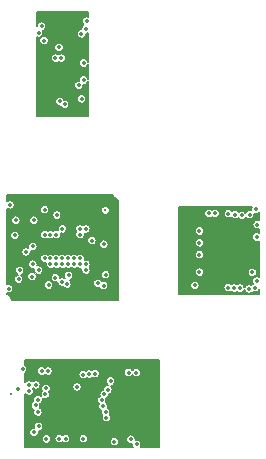
<source format=gbr>
G04 #@! TF.GenerationSoftware,KiCad,Pcbnew,(5.1.5)-3*
G04 #@! TF.CreationDate,2020-06-16T11:55:26-07:00*
G04 #@! TF.ProjectId,Miniscope-v4-Rigid-Flex,4d696e69-7363-46f7-9065-2d76342d5269,rev?*
G04 #@! TF.SameCoordinates,Original*
G04 #@! TF.FileFunction,Copper,L2,Inr*
G04 #@! TF.FilePolarity,Positive*
%FSLAX46Y46*%
G04 Gerber Fmt 4.6, Leading zero omitted, Abs format (unit mm)*
G04 Created by KiCad (PCBNEW (5.1.5)-3) date 2020-06-16 11:55:26*
%MOMM*%
%LPD*%
G04 APERTURE LIST*
%ADD10C,0.350000*%
%ADD11C,0.300000*%
%ADD12C,0.152400*%
G04 APERTURE END LIST*
D10*
X102967800Y-98080200D03*
X102459800Y-100213800D03*
X101824800Y-97191200D03*
X101901000Y-99588200D03*
X104441000Y-98072204D03*
X105380800Y-101225400D03*
X108153200Y-125282200D03*
X109423200Y-124571000D03*
X110042800Y-127500000D03*
X109792800Y-128500000D03*
X101833200Y-129476000D03*
X103805272Y-126232072D03*
X104991600Y-128180600D03*
X115450200Y-115976100D03*
X106854008Y-110111800D03*
X110515400Y-124494800D03*
X117238200Y-110373800D03*
X107268800Y-124573800D03*
X107010200Y-129295400D03*
X101734400Y-114680800D03*
X102234400Y-115180800D03*
X103727105Y-115714263D03*
X101172800Y-127850400D03*
X108153200Y-126171200D03*
X102425200Y-128206000D03*
X106234400Y-115180800D03*
X103729800Y-110162600D03*
X105990400Y-126740800D03*
X103803210Y-116715800D03*
X106041200Y-125597800D03*
X117862700Y-113338600D03*
X116963200Y-116749200D03*
X104736800Y-126948400D03*
X102409000Y-124691400D03*
X99774000Y-111621200D03*
X101729600Y-115758600D03*
X104734400Y-111680800D03*
X101734400Y-114180800D03*
X106234400Y-112180800D03*
X100000000Y-125215199D03*
X118588800Y-112378800D03*
D11*
X104234400Y-111680800D03*
D10*
X115109000Y-110653200D03*
X101323400Y-110300400D03*
X105584175Y-96353175D03*
X105330000Y-94355802D03*
X116154800Y-110378800D03*
X110000000Y-123859988D03*
X115349800Y-112877800D03*
X115349800Y-113877800D03*
X101346000Y-128914400D03*
X100123002Y-115199800D03*
X104017600Y-129450600D03*
X104978200Y-125064400D03*
X107253800Y-112992800D03*
X106512389Y-123949248D03*
X108149400Y-129707400D03*
X120188996Y-112380400D03*
X105734400Y-115180800D03*
X101734400Y-115180800D03*
X101323400Y-110960800D03*
X105234400Y-111680800D03*
X114956600Y-116469800D03*
X103234400Y-112180800D03*
X118919000Y-110551600D03*
X120189000Y-116106199D03*
X119604804Y-110492800D03*
X102734400Y-112180800D03*
X115349800Y-115361998D03*
X107412800Y-115572800D03*
X102734400Y-114180800D03*
X118769390Y-116698400D03*
X120039390Y-116673000D03*
X102234400Y-114180800D03*
X119833400Y-115377600D03*
X100656400Y-113642400D03*
X105380800Y-100675400D03*
X105533200Y-99091800D03*
X103454800Y-96327600D03*
X107818800Y-124573800D03*
X106234400Y-112680800D03*
X100910400Y-125441000D03*
X102237800Y-110066210D03*
X102234400Y-112180800D03*
X116688200Y-110378800D03*
X101234400Y-114680800D03*
X105734400Y-111680800D03*
X107235000Y-116487200D03*
X120112800Y-110035600D03*
X99716600Y-112245400D03*
D11*
X107387400Y-110111800D03*
D10*
X115349800Y-111867190D03*
X100377000Y-123548400D03*
X99799400Y-110960800D03*
X99183200Y-116741200D03*
X109343200Y-123853200D03*
D11*
X99386400Y-125699400D03*
D10*
X118360200Y-110475400D03*
X105533200Y-97644000D03*
X105126810Y-99545400D03*
X101977200Y-94533606D03*
X103653600Y-97240200D03*
X102180400Y-95752780D03*
X101723200Y-95092398D03*
X105787200Y-94101800D03*
X101175400Y-115736000D03*
X103734400Y-114680800D03*
X105734400Y-114680800D03*
X103734400Y-111680800D03*
X102358198Y-125199400D03*
X102586800Y-116444400D03*
X103234400Y-114680800D03*
X103145598Y-115826800D03*
X102307400Y-125707400D03*
X103272600Y-110518200D03*
X99310200Y-109654600D03*
X101234400Y-113180800D03*
X105234400Y-112180800D03*
X109542800Y-129500000D03*
X110029000Y-129941200D03*
X103475400Y-129450600D03*
X102383200Y-129476000D03*
X105516200Y-129450600D03*
X101722800Y-128409200D03*
X119533132Y-116770068D03*
X120239800Y-111339000D03*
X102734400Y-114680800D03*
X103153600Y-97240200D03*
X117801400Y-110399200D03*
X102536000Y-123726200D03*
X103234400Y-114180800D03*
X101977200Y-123728999D03*
X103734400Y-114180800D03*
X100046800Y-115953800D03*
X106015800Y-123972200D03*
X104234400Y-114680800D03*
X105507800Y-124023000D03*
X104263192Y-115631600D03*
X107598768Y-125301168D03*
X104234400Y-114180800D03*
X106727000Y-116309400D03*
X107285800Y-125699400D03*
X104734400Y-114680800D03*
X103704402Y-116190400D03*
X101678614Y-126152184D03*
X104734400Y-114180800D03*
X107071800Y-126198400D03*
X105234400Y-114198410D03*
X107412800Y-127198000D03*
X104127250Y-116365400D03*
X107184200Y-126698000D03*
X107477028Y-127667172D03*
X105234400Y-114680800D03*
X101671800Y-127212600D03*
X118284000Y-116698400D03*
X117776000Y-116673004D03*
X101469198Y-126639200D03*
X103526600Y-100899600D03*
X100910400Y-124891000D03*
X105350967Y-95176325D03*
X103933000Y-101153600D03*
X101494600Y-124891000D03*
X105750000Y-94750000D03*
D12*
G36*
X105923800Y-93721528D02*
G01*
X105904926Y-93713710D01*
X105826951Y-93698200D01*
X105747449Y-93698200D01*
X105669474Y-93713710D01*
X105596024Y-93744134D01*
X105529920Y-93788303D01*
X105473703Y-93844520D01*
X105429534Y-93910624D01*
X105399110Y-93984074D01*
X105383600Y-94062049D01*
X105383600Y-94141551D01*
X105399110Y-94219526D01*
X105429534Y-94292976D01*
X105473703Y-94359080D01*
X105527732Y-94413109D01*
X105492720Y-94436503D01*
X105436503Y-94492720D01*
X105392334Y-94558824D01*
X105361910Y-94632274D01*
X105346400Y-94710249D01*
X105346400Y-94772725D01*
X105311216Y-94772725D01*
X105233241Y-94788235D01*
X105159791Y-94818659D01*
X105093687Y-94862828D01*
X105037470Y-94919045D01*
X104993301Y-94985149D01*
X104962877Y-95058599D01*
X104947367Y-95136574D01*
X104947367Y-95216076D01*
X104962877Y-95294051D01*
X104993301Y-95367501D01*
X105037470Y-95433605D01*
X105093687Y-95489822D01*
X105159791Y-95533991D01*
X105233241Y-95564415D01*
X105311216Y-95579925D01*
X105390718Y-95579925D01*
X105468693Y-95564415D01*
X105542143Y-95533991D01*
X105608247Y-95489822D01*
X105664464Y-95433605D01*
X105708633Y-95367501D01*
X105739057Y-95294051D01*
X105754567Y-95216076D01*
X105754567Y-95153600D01*
X105789751Y-95153600D01*
X105867726Y-95138090D01*
X105923800Y-95114863D01*
X105923800Y-97538893D01*
X105921290Y-97526274D01*
X105890866Y-97452824D01*
X105846697Y-97386720D01*
X105790480Y-97330503D01*
X105724376Y-97286334D01*
X105650926Y-97255910D01*
X105572951Y-97240400D01*
X105493449Y-97240400D01*
X105415474Y-97255910D01*
X105342024Y-97286334D01*
X105275920Y-97330503D01*
X105219703Y-97386720D01*
X105175534Y-97452824D01*
X105145110Y-97526274D01*
X105129600Y-97604249D01*
X105129600Y-97683751D01*
X105145110Y-97761726D01*
X105175534Y-97835176D01*
X105219703Y-97901280D01*
X105275920Y-97957497D01*
X105342024Y-98001666D01*
X105415474Y-98032090D01*
X105493449Y-98047600D01*
X105572951Y-98047600D01*
X105650926Y-98032090D01*
X105724376Y-98001666D01*
X105790480Y-97957497D01*
X105846697Y-97901280D01*
X105890866Y-97835176D01*
X105921290Y-97761726D01*
X105923800Y-97749107D01*
X105923800Y-98986693D01*
X105921290Y-98974074D01*
X105890866Y-98900624D01*
X105846697Y-98834520D01*
X105790480Y-98778303D01*
X105724376Y-98734134D01*
X105650926Y-98703710D01*
X105572951Y-98688200D01*
X105493449Y-98688200D01*
X105415474Y-98703710D01*
X105342024Y-98734134D01*
X105275920Y-98778303D01*
X105219703Y-98834520D01*
X105175534Y-98900624D01*
X105145110Y-98974074D01*
X105129600Y-99052049D01*
X105129600Y-99131551D01*
X105131639Y-99141800D01*
X105087059Y-99141800D01*
X105009084Y-99157310D01*
X104935634Y-99187734D01*
X104869530Y-99231903D01*
X104813313Y-99288120D01*
X104769144Y-99354224D01*
X104738720Y-99427674D01*
X104723210Y-99505649D01*
X104723210Y-99585151D01*
X104738720Y-99663126D01*
X104769144Y-99736576D01*
X104813313Y-99802680D01*
X104869530Y-99858897D01*
X104935634Y-99903066D01*
X105009084Y-99933490D01*
X105087059Y-99949000D01*
X105166561Y-99949000D01*
X105244536Y-99933490D01*
X105317986Y-99903066D01*
X105384090Y-99858897D01*
X105440307Y-99802680D01*
X105484476Y-99736576D01*
X105514900Y-99663126D01*
X105530410Y-99585151D01*
X105530410Y-99505649D01*
X105528371Y-99495400D01*
X105572951Y-99495400D01*
X105650926Y-99479890D01*
X105724376Y-99449466D01*
X105790480Y-99405297D01*
X105846697Y-99349080D01*
X105890866Y-99282976D01*
X105921290Y-99209526D01*
X105923800Y-99196907D01*
X105923800Y-102173800D01*
X101576200Y-102173800D01*
X101576200Y-100859849D01*
X103123000Y-100859849D01*
X103123000Y-100939351D01*
X103138510Y-101017326D01*
X103168934Y-101090776D01*
X103213103Y-101156880D01*
X103269320Y-101213097D01*
X103335424Y-101257266D01*
X103408874Y-101287690D01*
X103486849Y-101303200D01*
X103558113Y-101303200D01*
X103575334Y-101344776D01*
X103619503Y-101410880D01*
X103675720Y-101467097D01*
X103741824Y-101511266D01*
X103815274Y-101541690D01*
X103893249Y-101557200D01*
X103972751Y-101557200D01*
X104050726Y-101541690D01*
X104124176Y-101511266D01*
X104190280Y-101467097D01*
X104246497Y-101410880D01*
X104290666Y-101344776D01*
X104321090Y-101271326D01*
X104336600Y-101193351D01*
X104336600Y-101113849D01*
X104321090Y-101035874D01*
X104290666Y-100962424D01*
X104246497Y-100896320D01*
X104190280Y-100840103D01*
X104124176Y-100795934D01*
X104050726Y-100765510D01*
X103972751Y-100750000D01*
X103901487Y-100750000D01*
X103884266Y-100708424D01*
X103840097Y-100642320D01*
X103833426Y-100635649D01*
X104977200Y-100635649D01*
X104977200Y-100715151D01*
X104992710Y-100793126D01*
X105023134Y-100866576D01*
X105067303Y-100932680D01*
X105123520Y-100988897D01*
X105189624Y-101033066D01*
X105263074Y-101063490D01*
X105341049Y-101079000D01*
X105420551Y-101079000D01*
X105498526Y-101063490D01*
X105571976Y-101033066D01*
X105638080Y-100988897D01*
X105694297Y-100932680D01*
X105738466Y-100866576D01*
X105768890Y-100793126D01*
X105784400Y-100715151D01*
X105784400Y-100635649D01*
X105768890Y-100557674D01*
X105738466Y-100484224D01*
X105694297Y-100418120D01*
X105638080Y-100361903D01*
X105571976Y-100317734D01*
X105498526Y-100287310D01*
X105420551Y-100271800D01*
X105341049Y-100271800D01*
X105263074Y-100287310D01*
X105189624Y-100317734D01*
X105123520Y-100361903D01*
X105067303Y-100418120D01*
X105023134Y-100484224D01*
X104992710Y-100557674D01*
X104977200Y-100635649D01*
X103833426Y-100635649D01*
X103783880Y-100586103D01*
X103717776Y-100541934D01*
X103644326Y-100511510D01*
X103566351Y-100496000D01*
X103486849Y-100496000D01*
X103408874Y-100511510D01*
X103335424Y-100541934D01*
X103269320Y-100586103D01*
X103213103Y-100642320D01*
X103168934Y-100708424D01*
X103138510Y-100781874D01*
X103123000Y-100859849D01*
X101576200Y-100859849D01*
X101576200Y-97200449D01*
X102750000Y-97200449D01*
X102750000Y-97279951D01*
X102765510Y-97357926D01*
X102795934Y-97431376D01*
X102840103Y-97497480D01*
X102896320Y-97553697D01*
X102962424Y-97597866D01*
X103035874Y-97628290D01*
X103113849Y-97643800D01*
X103193351Y-97643800D01*
X103271326Y-97628290D01*
X103344776Y-97597866D01*
X103403600Y-97558561D01*
X103462424Y-97597866D01*
X103535874Y-97628290D01*
X103613849Y-97643800D01*
X103693351Y-97643800D01*
X103771326Y-97628290D01*
X103844776Y-97597866D01*
X103910880Y-97553697D01*
X103967097Y-97497480D01*
X104011266Y-97431376D01*
X104041690Y-97357926D01*
X104057200Y-97279951D01*
X104057200Y-97200449D01*
X104041690Y-97122474D01*
X104011266Y-97049024D01*
X103967097Y-96982920D01*
X103910880Y-96926703D01*
X103844776Y-96882534D01*
X103771326Y-96852110D01*
X103693351Y-96836600D01*
X103613849Y-96836600D01*
X103535874Y-96852110D01*
X103462424Y-96882534D01*
X103403600Y-96921839D01*
X103344776Y-96882534D01*
X103271326Y-96852110D01*
X103193351Y-96836600D01*
X103113849Y-96836600D01*
X103035874Y-96852110D01*
X102962424Y-96882534D01*
X102896320Y-96926703D01*
X102840103Y-96982920D01*
X102795934Y-97049024D01*
X102765510Y-97122474D01*
X102750000Y-97200449D01*
X101576200Y-97200449D01*
X101576200Y-96287849D01*
X103051200Y-96287849D01*
X103051200Y-96367351D01*
X103066710Y-96445326D01*
X103097134Y-96518776D01*
X103141303Y-96584880D01*
X103197520Y-96641097D01*
X103263624Y-96685266D01*
X103337074Y-96715690D01*
X103415049Y-96731200D01*
X103494551Y-96731200D01*
X103572526Y-96715690D01*
X103645976Y-96685266D01*
X103712080Y-96641097D01*
X103768297Y-96584880D01*
X103812466Y-96518776D01*
X103842890Y-96445326D01*
X103858400Y-96367351D01*
X103858400Y-96287849D01*
X103842890Y-96209874D01*
X103812466Y-96136424D01*
X103768297Y-96070320D01*
X103712080Y-96014103D01*
X103645976Y-95969934D01*
X103572526Y-95939510D01*
X103494551Y-95924000D01*
X103415049Y-95924000D01*
X103337074Y-95939510D01*
X103263624Y-95969934D01*
X103197520Y-96014103D01*
X103141303Y-96070320D01*
X103097134Y-96136424D01*
X103066710Y-96209874D01*
X103051200Y-96287849D01*
X101576200Y-96287849D01*
X101576200Y-95468362D01*
X101605474Y-95480488D01*
X101683449Y-95495998D01*
X101762951Y-95495998D01*
X101840926Y-95480488D01*
X101910899Y-95451504D01*
X101866903Y-95495500D01*
X101822734Y-95561604D01*
X101792310Y-95635054D01*
X101776800Y-95713029D01*
X101776800Y-95792531D01*
X101792310Y-95870506D01*
X101822734Y-95943956D01*
X101866903Y-96010060D01*
X101923120Y-96066277D01*
X101989224Y-96110446D01*
X102062674Y-96140870D01*
X102140649Y-96156380D01*
X102220151Y-96156380D01*
X102298126Y-96140870D01*
X102371576Y-96110446D01*
X102437680Y-96066277D01*
X102493897Y-96010060D01*
X102538066Y-95943956D01*
X102568490Y-95870506D01*
X102584000Y-95792531D01*
X102584000Y-95713029D01*
X102568490Y-95635054D01*
X102538066Y-95561604D01*
X102493897Y-95495500D01*
X102437680Y-95439283D01*
X102371576Y-95395114D01*
X102298126Y-95364690D01*
X102220151Y-95349180D01*
X102140649Y-95349180D01*
X102062674Y-95364690D01*
X101992701Y-95393674D01*
X102036697Y-95349678D01*
X102080866Y-95283574D01*
X102111290Y-95210124D01*
X102126800Y-95132149D01*
X102126800Y-95052647D01*
X102111290Y-94974672D01*
X102089771Y-94922721D01*
X102094926Y-94921696D01*
X102168376Y-94891272D01*
X102234480Y-94847103D01*
X102290697Y-94790886D01*
X102334866Y-94724782D01*
X102365290Y-94651332D01*
X102380800Y-94573357D01*
X102380800Y-94493855D01*
X102365290Y-94415880D01*
X102334866Y-94342430D01*
X102290697Y-94276326D01*
X102234480Y-94220109D01*
X102168376Y-94175940D01*
X102094926Y-94145516D01*
X102016951Y-94130006D01*
X101937449Y-94130006D01*
X101859474Y-94145516D01*
X101786024Y-94175940D01*
X101719920Y-94220109D01*
X101663703Y-94276326D01*
X101619534Y-94342430D01*
X101589110Y-94415880D01*
X101576200Y-94480784D01*
X101576200Y-93326200D01*
X105923800Y-93326200D01*
X105923800Y-93721528D01*
G37*
X105923800Y-93721528D02*
X105904926Y-93713710D01*
X105826951Y-93698200D01*
X105747449Y-93698200D01*
X105669474Y-93713710D01*
X105596024Y-93744134D01*
X105529920Y-93788303D01*
X105473703Y-93844520D01*
X105429534Y-93910624D01*
X105399110Y-93984074D01*
X105383600Y-94062049D01*
X105383600Y-94141551D01*
X105399110Y-94219526D01*
X105429534Y-94292976D01*
X105473703Y-94359080D01*
X105527732Y-94413109D01*
X105492720Y-94436503D01*
X105436503Y-94492720D01*
X105392334Y-94558824D01*
X105361910Y-94632274D01*
X105346400Y-94710249D01*
X105346400Y-94772725D01*
X105311216Y-94772725D01*
X105233241Y-94788235D01*
X105159791Y-94818659D01*
X105093687Y-94862828D01*
X105037470Y-94919045D01*
X104993301Y-94985149D01*
X104962877Y-95058599D01*
X104947367Y-95136574D01*
X104947367Y-95216076D01*
X104962877Y-95294051D01*
X104993301Y-95367501D01*
X105037470Y-95433605D01*
X105093687Y-95489822D01*
X105159791Y-95533991D01*
X105233241Y-95564415D01*
X105311216Y-95579925D01*
X105390718Y-95579925D01*
X105468693Y-95564415D01*
X105542143Y-95533991D01*
X105608247Y-95489822D01*
X105664464Y-95433605D01*
X105708633Y-95367501D01*
X105739057Y-95294051D01*
X105754567Y-95216076D01*
X105754567Y-95153600D01*
X105789751Y-95153600D01*
X105867726Y-95138090D01*
X105923800Y-95114863D01*
X105923800Y-97538893D01*
X105921290Y-97526274D01*
X105890866Y-97452824D01*
X105846697Y-97386720D01*
X105790480Y-97330503D01*
X105724376Y-97286334D01*
X105650926Y-97255910D01*
X105572951Y-97240400D01*
X105493449Y-97240400D01*
X105415474Y-97255910D01*
X105342024Y-97286334D01*
X105275920Y-97330503D01*
X105219703Y-97386720D01*
X105175534Y-97452824D01*
X105145110Y-97526274D01*
X105129600Y-97604249D01*
X105129600Y-97683751D01*
X105145110Y-97761726D01*
X105175534Y-97835176D01*
X105219703Y-97901280D01*
X105275920Y-97957497D01*
X105342024Y-98001666D01*
X105415474Y-98032090D01*
X105493449Y-98047600D01*
X105572951Y-98047600D01*
X105650926Y-98032090D01*
X105724376Y-98001666D01*
X105790480Y-97957497D01*
X105846697Y-97901280D01*
X105890866Y-97835176D01*
X105921290Y-97761726D01*
X105923800Y-97749107D01*
X105923800Y-98986693D01*
X105921290Y-98974074D01*
X105890866Y-98900624D01*
X105846697Y-98834520D01*
X105790480Y-98778303D01*
X105724376Y-98734134D01*
X105650926Y-98703710D01*
X105572951Y-98688200D01*
X105493449Y-98688200D01*
X105415474Y-98703710D01*
X105342024Y-98734134D01*
X105275920Y-98778303D01*
X105219703Y-98834520D01*
X105175534Y-98900624D01*
X105145110Y-98974074D01*
X105129600Y-99052049D01*
X105129600Y-99131551D01*
X105131639Y-99141800D01*
X105087059Y-99141800D01*
X105009084Y-99157310D01*
X104935634Y-99187734D01*
X104869530Y-99231903D01*
X104813313Y-99288120D01*
X104769144Y-99354224D01*
X104738720Y-99427674D01*
X104723210Y-99505649D01*
X104723210Y-99585151D01*
X104738720Y-99663126D01*
X104769144Y-99736576D01*
X104813313Y-99802680D01*
X104869530Y-99858897D01*
X104935634Y-99903066D01*
X105009084Y-99933490D01*
X105087059Y-99949000D01*
X105166561Y-99949000D01*
X105244536Y-99933490D01*
X105317986Y-99903066D01*
X105384090Y-99858897D01*
X105440307Y-99802680D01*
X105484476Y-99736576D01*
X105514900Y-99663126D01*
X105530410Y-99585151D01*
X105530410Y-99505649D01*
X105528371Y-99495400D01*
X105572951Y-99495400D01*
X105650926Y-99479890D01*
X105724376Y-99449466D01*
X105790480Y-99405297D01*
X105846697Y-99349080D01*
X105890866Y-99282976D01*
X105921290Y-99209526D01*
X105923800Y-99196907D01*
X105923800Y-102173800D01*
X101576200Y-102173800D01*
X101576200Y-100859849D01*
X103123000Y-100859849D01*
X103123000Y-100939351D01*
X103138510Y-101017326D01*
X103168934Y-101090776D01*
X103213103Y-101156880D01*
X103269320Y-101213097D01*
X103335424Y-101257266D01*
X103408874Y-101287690D01*
X103486849Y-101303200D01*
X103558113Y-101303200D01*
X103575334Y-101344776D01*
X103619503Y-101410880D01*
X103675720Y-101467097D01*
X103741824Y-101511266D01*
X103815274Y-101541690D01*
X103893249Y-101557200D01*
X103972751Y-101557200D01*
X104050726Y-101541690D01*
X104124176Y-101511266D01*
X104190280Y-101467097D01*
X104246497Y-101410880D01*
X104290666Y-101344776D01*
X104321090Y-101271326D01*
X104336600Y-101193351D01*
X104336600Y-101113849D01*
X104321090Y-101035874D01*
X104290666Y-100962424D01*
X104246497Y-100896320D01*
X104190280Y-100840103D01*
X104124176Y-100795934D01*
X104050726Y-100765510D01*
X103972751Y-100750000D01*
X103901487Y-100750000D01*
X103884266Y-100708424D01*
X103840097Y-100642320D01*
X103833426Y-100635649D01*
X104977200Y-100635649D01*
X104977200Y-100715151D01*
X104992710Y-100793126D01*
X105023134Y-100866576D01*
X105067303Y-100932680D01*
X105123520Y-100988897D01*
X105189624Y-101033066D01*
X105263074Y-101063490D01*
X105341049Y-101079000D01*
X105420551Y-101079000D01*
X105498526Y-101063490D01*
X105571976Y-101033066D01*
X105638080Y-100988897D01*
X105694297Y-100932680D01*
X105738466Y-100866576D01*
X105768890Y-100793126D01*
X105784400Y-100715151D01*
X105784400Y-100635649D01*
X105768890Y-100557674D01*
X105738466Y-100484224D01*
X105694297Y-100418120D01*
X105638080Y-100361903D01*
X105571976Y-100317734D01*
X105498526Y-100287310D01*
X105420551Y-100271800D01*
X105341049Y-100271800D01*
X105263074Y-100287310D01*
X105189624Y-100317734D01*
X105123520Y-100361903D01*
X105067303Y-100418120D01*
X105023134Y-100484224D01*
X104992710Y-100557674D01*
X104977200Y-100635649D01*
X103833426Y-100635649D01*
X103783880Y-100586103D01*
X103717776Y-100541934D01*
X103644326Y-100511510D01*
X103566351Y-100496000D01*
X103486849Y-100496000D01*
X103408874Y-100511510D01*
X103335424Y-100541934D01*
X103269320Y-100586103D01*
X103213103Y-100642320D01*
X103168934Y-100708424D01*
X103138510Y-100781874D01*
X103123000Y-100859849D01*
X101576200Y-100859849D01*
X101576200Y-97200449D01*
X102750000Y-97200449D01*
X102750000Y-97279951D01*
X102765510Y-97357926D01*
X102795934Y-97431376D01*
X102840103Y-97497480D01*
X102896320Y-97553697D01*
X102962424Y-97597866D01*
X103035874Y-97628290D01*
X103113849Y-97643800D01*
X103193351Y-97643800D01*
X103271326Y-97628290D01*
X103344776Y-97597866D01*
X103403600Y-97558561D01*
X103462424Y-97597866D01*
X103535874Y-97628290D01*
X103613849Y-97643800D01*
X103693351Y-97643800D01*
X103771326Y-97628290D01*
X103844776Y-97597866D01*
X103910880Y-97553697D01*
X103967097Y-97497480D01*
X104011266Y-97431376D01*
X104041690Y-97357926D01*
X104057200Y-97279951D01*
X104057200Y-97200449D01*
X104041690Y-97122474D01*
X104011266Y-97049024D01*
X103967097Y-96982920D01*
X103910880Y-96926703D01*
X103844776Y-96882534D01*
X103771326Y-96852110D01*
X103693351Y-96836600D01*
X103613849Y-96836600D01*
X103535874Y-96852110D01*
X103462424Y-96882534D01*
X103403600Y-96921839D01*
X103344776Y-96882534D01*
X103271326Y-96852110D01*
X103193351Y-96836600D01*
X103113849Y-96836600D01*
X103035874Y-96852110D01*
X102962424Y-96882534D01*
X102896320Y-96926703D01*
X102840103Y-96982920D01*
X102795934Y-97049024D01*
X102765510Y-97122474D01*
X102750000Y-97200449D01*
X101576200Y-97200449D01*
X101576200Y-96287849D01*
X103051200Y-96287849D01*
X103051200Y-96367351D01*
X103066710Y-96445326D01*
X103097134Y-96518776D01*
X103141303Y-96584880D01*
X103197520Y-96641097D01*
X103263624Y-96685266D01*
X103337074Y-96715690D01*
X103415049Y-96731200D01*
X103494551Y-96731200D01*
X103572526Y-96715690D01*
X103645976Y-96685266D01*
X103712080Y-96641097D01*
X103768297Y-96584880D01*
X103812466Y-96518776D01*
X103842890Y-96445326D01*
X103858400Y-96367351D01*
X103858400Y-96287849D01*
X103842890Y-96209874D01*
X103812466Y-96136424D01*
X103768297Y-96070320D01*
X103712080Y-96014103D01*
X103645976Y-95969934D01*
X103572526Y-95939510D01*
X103494551Y-95924000D01*
X103415049Y-95924000D01*
X103337074Y-95939510D01*
X103263624Y-95969934D01*
X103197520Y-96014103D01*
X103141303Y-96070320D01*
X103097134Y-96136424D01*
X103066710Y-96209874D01*
X103051200Y-96287849D01*
X101576200Y-96287849D01*
X101576200Y-95468362D01*
X101605474Y-95480488D01*
X101683449Y-95495998D01*
X101762951Y-95495998D01*
X101840926Y-95480488D01*
X101910899Y-95451504D01*
X101866903Y-95495500D01*
X101822734Y-95561604D01*
X101792310Y-95635054D01*
X101776800Y-95713029D01*
X101776800Y-95792531D01*
X101792310Y-95870506D01*
X101822734Y-95943956D01*
X101866903Y-96010060D01*
X101923120Y-96066277D01*
X101989224Y-96110446D01*
X102062674Y-96140870D01*
X102140649Y-96156380D01*
X102220151Y-96156380D01*
X102298126Y-96140870D01*
X102371576Y-96110446D01*
X102437680Y-96066277D01*
X102493897Y-96010060D01*
X102538066Y-95943956D01*
X102568490Y-95870506D01*
X102584000Y-95792531D01*
X102584000Y-95713029D01*
X102568490Y-95635054D01*
X102538066Y-95561604D01*
X102493897Y-95495500D01*
X102437680Y-95439283D01*
X102371576Y-95395114D01*
X102298126Y-95364690D01*
X102220151Y-95349180D01*
X102140649Y-95349180D01*
X102062674Y-95364690D01*
X101992701Y-95393674D01*
X102036697Y-95349678D01*
X102080866Y-95283574D01*
X102111290Y-95210124D01*
X102126800Y-95132149D01*
X102126800Y-95052647D01*
X102111290Y-94974672D01*
X102089771Y-94922721D01*
X102094926Y-94921696D01*
X102168376Y-94891272D01*
X102234480Y-94847103D01*
X102290697Y-94790886D01*
X102334866Y-94724782D01*
X102365290Y-94651332D01*
X102380800Y-94573357D01*
X102380800Y-94493855D01*
X102365290Y-94415880D01*
X102334866Y-94342430D01*
X102290697Y-94276326D01*
X102234480Y-94220109D01*
X102168376Y-94175940D01*
X102094926Y-94145516D01*
X102016951Y-94130006D01*
X101937449Y-94130006D01*
X101859474Y-94145516D01*
X101786024Y-94175940D01*
X101719920Y-94220109D01*
X101663703Y-94276326D01*
X101619534Y-94342430D01*
X101589110Y-94415880D01*
X101576200Y-94480784D01*
X101576200Y-93326200D01*
X105923800Y-93326200D01*
X105923800Y-93721528D01*
G36*
X119755134Y-109844424D02*
G01*
X119724710Y-109917874D01*
X119709200Y-109995849D01*
X119709200Y-110075351D01*
X119714731Y-110103159D01*
X119644555Y-110089200D01*
X119565053Y-110089200D01*
X119487078Y-110104710D01*
X119413628Y-110135134D01*
X119347524Y-110179303D01*
X119291307Y-110235520D01*
X119247138Y-110301624D01*
X119243403Y-110310642D01*
X119232497Y-110294320D01*
X119176280Y-110238103D01*
X119110176Y-110193934D01*
X119036726Y-110163510D01*
X118958751Y-110148000D01*
X118879249Y-110148000D01*
X118801274Y-110163510D01*
X118727824Y-110193934D01*
X118679231Y-110226402D01*
X118673697Y-110218120D01*
X118617480Y-110161903D01*
X118551376Y-110117734D01*
X118477926Y-110087310D01*
X118399951Y-110071800D01*
X118320449Y-110071800D01*
X118242474Y-110087310D01*
X118169024Y-110117734D01*
X118120431Y-110150202D01*
X118114897Y-110141920D01*
X118058680Y-110085703D01*
X117992576Y-110041534D01*
X117919126Y-110011110D01*
X117841151Y-109995600D01*
X117761649Y-109995600D01*
X117683674Y-110011110D01*
X117610224Y-110041534D01*
X117544120Y-110085703D01*
X117487903Y-110141920D01*
X117443734Y-110208024D01*
X117413310Y-110281474D01*
X117397800Y-110359449D01*
X117397800Y-110438951D01*
X117413310Y-110516926D01*
X117443734Y-110590376D01*
X117487903Y-110656480D01*
X117544120Y-110712697D01*
X117610224Y-110756866D01*
X117683674Y-110787290D01*
X117761649Y-110802800D01*
X117841151Y-110802800D01*
X117919126Y-110787290D01*
X117992576Y-110756866D01*
X118041169Y-110724398D01*
X118046703Y-110732680D01*
X118102920Y-110788897D01*
X118169024Y-110833066D01*
X118242474Y-110863490D01*
X118320449Y-110879000D01*
X118399951Y-110879000D01*
X118477926Y-110863490D01*
X118551376Y-110833066D01*
X118599969Y-110800598D01*
X118605503Y-110808880D01*
X118661720Y-110865097D01*
X118727824Y-110909266D01*
X118801274Y-110939690D01*
X118879249Y-110955200D01*
X118958751Y-110955200D01*
X119036726Y-110939690D01*
X119110176Y-110909266D01*
X119176280Y-110865097D01*
X119232497Y-110808880D01*
X119276666Y-110742776D01*
X119280401Y-110733758D01*
X119291307Y-110750080D01*
X119347524Y-110806297D01*
X119413628Y-110850466D01*
X119487078Y-110880890D01*
X119565053Y-110896400D01*
X119644555Y-110896400D01*
X119722530Y-110880890D01*
X119795980Y-110850466D01*
X119862084Y-110806297D01*
X119918301Y-110750080D01*
X119962470Y-110683976D01*
X119992894Y-110610526D01*
X120008404Y-110532551D01*
X120008404Y-110453049D01*
X120002873Y-110425241D01*
X120073049Y-110439200D01*
X120152551Y-110439200D01*
X120230526Y-110423690D01*
X120303976Y-110393266D01*
X120370080Y-110349097D01*
X120423800Y-110295377D01*
X120423800Y-110978362D01*
X120357526Y-110950910D01*
X120279551Y-110935400D01*
X120200049Y-110935400D01*
X120122074Y-110950910D01*
X120048624Y-110981334D01*
X119982520Y-111025503D01*
X119926303Y-111081720D01*
X119882134Y-111147824D01*
X119851710Y-111221274D01*
X119836200Y-111299249D01*
X119836200Y-111378751D01*
X119851710Y-111456726D01*
X119882134Y-111530176D01*
X119926303Y-111596280D01*
X119982520Y-111652497D01*
X120048624Y-111696666D01*
X120122074Y-111727090D01*
X120200049Y-111742600D01*
X120279551Y-111742600D01*
X120357526Y-111727090D01*
X120423800Y-111699638D01*
X120423800Y-112051885D01*
X120380172Y-112022734D01*
X120306722Y-111992310D01*
X120228747Y-111976800D01*
X120149245Y-111976800D01*
X120071270Y-111992310D01*
X119997820Y-112022734D01*
X119931716Y-112066903D01*
X119875499Y-112123120D01*
X119831330Y-112189224D01*
X119800906Y-112262674D01*
X119785396Y-112340649D01*
X119785396Y-112420151D01*
X119800906Y-112498126D01*
X119831330Y-112571576D01*
X119875499Y-112637680D01*
X119931716Y-112693897D01*
X119997820Y-112738066D01*
X120071270Y-112768490D01*
X120149245Y-112784000D01*
X120228747Y-112784000D01*
X120306722Y-112768490D01*
X120380172Y-112738066D01*
X120423800Y-112708915D01*
X120423800Y-115777681D01*
X120380176Y-115748533D01*
X120306726Y-115718109D01*
X120228751Y-115702599D01*
X120149249Y-115702599D01*
X120071274Y-115718109D01*
X119997824Y-115748533D01*
X119931720Y-115792702D01*
X119875503Y-115848919D01*
X119831334Y-115915023D01*
X119800910Y-115988473D01*
X119785400Y-116066448D01*
X119785400Y-116145950D01*
X119800910Y-116223925D01*
X119831334Y-116297375D01*
X119844840Y-116317588D01*
X119782110Y-116359503D01*
X119727247Y-116414366D01*
X119724308Y-116412402D01*
X119650858Y-116381978D01*
X119572883Y-116366468D01*
X119493381Y-116366468D01*
X119415406Y-116381978D01*
X119341956Y-116412402D01*
X119275852Y-116456571D01*
X119219635Y-116512788D01*
X119175466Y-116578892D01*
X119163076Y-116608805D01*
X119157480Y-116580674D01*
X119127056Y-116507224D01*
X119082887Y-116441120D01*
X119026670Y-116384903D01*
X118960566Y-116340734D01*
X118887116Y-116310310D01*
X118809141Y-116294800D01*
X118729639Y-116294800D01*
X118651664Y-116310310D01*
X118578214Y-116340734D01*
X118526695Y-116375158D01*
X118475176Y-116340734D01*
X118401726Y-116310310D01*
X118323751Y-116294800D01*
X118244249Y-116294800D01*
X118166274Y-116310310D01*
X118092824Y-116340734D01*
X118045876Y-116372103D01*
X118033280Y-116359507D01*
X117967176Y-116315338D01*
X117893726Y-116284914D01*
X117815751Y-116269404D01*
X117736249Y-116269404D01*
X117658274Y-116284914D01*
X117584824Y-116315338D01*
X117518720Y-116359507D01*
X117462503Y-116415724D01*
X117418334Y-116481828D01*
X117387910Y-116555278D01*
X117372400Y-116633253D01*
X117372400Y-116712755D01*
X117387910Y-116790730D01*
X117418334Y-116864180D01*
X117462503Y-116930284D01*
X117518720Y-116986501D01*
X117584824Y-117030670D01*
X117658274Y-117061094D01*
X117736249Y-117076604D01*
X117815751Y-117076604D01*
X117893726Y-117061094D01*
X117967176Y-117030670D01*
X118014124Y-116999301D01*
X118026720Y-117011897D01*
X118092824Y-117056066D01*
X118166274Y-117086490D01*
X118244249Y-117102000D01*
X118323751Y-117102000D01*
X118401726Y-117086490D01*
X118475176Y-117056066D01*
X118526695Y-117021642D01*
X118578214Y-117056066D01*
X118651664Y-117086490D01*
X118729639Y-117102000D01*
X118809141Y-117102000D01*
X118887116Y-117086490D01*
X118960566Y-117056066D01*
X119026670Y-117011897D01*
X119082887Y-116955680D01*
X119127056Y-116889576D01*
X119139446Y-116859663D01*
X119145042Y-116887794D01*
X119175466Y-116961244D01*
X119219635Y-117027348D01*
X119275852Y-117083565D01*
X119341956Y-117127734D01*
X119415406Y-117158158D01*
X119493381Y-117173668D01*
X119572883Y-117173668D01*
X119650858Y-117158158D01*
X119724308Y-117127734D01*
X119790412Y-117083565D01*
X119845275Y-117028702D01*
X119848214Y-117030666D01*
X119921664Y-117061090D01*
X119999639Y-117076600D01*
X120079141Y-117076600D01*
X120157116Y-117061090D01*
X120230566Y-117030666D01*
X120296670Y-116986497D01*
X120352887Y-116930280D01*
X120397056Y-116864176D01*
X120423800Y-116799610D01*
X120423800Y-117173800D01*
X113576200Y-117173800D01*
X113576200Y-116430049D01*
X114553000Y-116430049D01*
X114553000Y-116509551D01*
X114568510Y-116587526D01*
X114598934Y-116660976D01*
X114643103Y-116727080D01*
X114699320Y-116783297D01*
X114765424Y-116827466D01*
X114838874Y-116857890D01*
X114916849Y-116873400D01*
X114996351Y-116873400D01*
X115074326Y-116857890D01*
X115147776Y-116827466D01*
X115213880Y-116783297D01*
X115270097Y-116727080D01*
X115314266Y-116660976D01*
X115344690Y-116587526D01*
X115360200Y-116509551D01*
X115360200Y-116430049D01*
X115344690Y-116352074D01*
X115314266Y-116278624D01*
X115270097Y-116212520D01*
X115213880Y-116156303D01*
X115147776Y-116112134D01*
X115074326Y-116081710D01*
X114996351Y-116066200D01*
X114916849Y-116066200D01*
X114838874Y-116081710D01*
X114765424Y-116112134D01*
X114699320Y-116156303D01*
X114643103Y-116212520D01*
X114598934Y-116278624D01*
X114568510Y-116352074D01*
X114553000Y-116430049D01*
X113576200Y-116430049D01*
X113576200Y-115322247D01*
X114946200Y-115322247D01*
X114946200Y-115401749D01*
X114961710Y-115479724D01*
X114992134Y-115553174D01*
X115036303Y-115619278D01*
X115092520Y-115675495D01*
X115158624Y-115719664D01*
X115232074Y-115750088D01*
X115310049Y-115765598D01*
X115389551Y-115765598D01*
X115467526Y-115750088D01*
X115540976Y-115719664D01*
X115607080Y-115675495D01*
X115663297Y-115619278D01*
X115707466Y-115553174D01*
X115737890Y-115479724D01*
X115753400Y-115401749D01*
X115753400Y-115337849D01*
X119429800Y-115337849D01*
X119429800Y-115417351D01*
X119445310Y-115495326D01*
X119475734Y-115568776D01*
X119519903Y-115634880D01*
X119576120Y-115691097D01*
X119642224Y-115735266D01*
X119715674Y-115765690D01*
X119793649Y-115781200D01*
X119873151Y-115781200D01*
X119951126Y-115765690D01*
X120024576Y-115735266D01*
X120090680Y-115691097D01*
X120146897Y-115634880D01*
X120191066Y-115568776D01*
X120221490Y-115495326D01*
X120237000Y-115417351D01*
X120237000Y-115337849D01*
X120221490Y-115259874D01*
X120191066Y-115186424D01*
X120146897Y-115120320D01*
X120090680Y-115064103D01*
X120024576Y-115019934D01*
X119951126Y-114989510D01*
X119873151Y-114974000D01*
X119793649Y-114974000D01*
X119715674Y-114989510D01*
X119642224Y-115019934D01*
X119576120Y-115064103D01*
X119519903Y-115120320D01*
X119475734Y-115186424D01*
X119445310Y-115259874D01*
X119429800Y-115337849D01*
X115753400Y-115337849D01*
X115753400Y-115322247D01*
X115737890Y-115244272D01*
X115707466Y-115170822D01*
X115663297Y-115104718D01*
X115607080Y-115048501D01*
X115540976Y-115004332D01*
X115467526Y-114973908D01*
X115389551Y-114958398D01*
X115310049Y-114958398D01*
X115232074Y-114973908D01*
X115158624Y-115004332D01*
X115092520Y-115048501D01*
X115036303Y-115104718D01*
X114992134Y-115170822D01*
X114961710Y-115244272D01*
X114946200Y-115322247D01*
X113576200Y-115322247D01*
X113576200Y-113838049D01*
X114946200Y-113838049D01*
X114946200Y-113917551D01*
X114961710Y-113995526D01*
X114992134Y-114068976D01*
X115036303Y-114135080D01*
X115092520Y-114191297D01*
X115158624Y-114235466D01*
X115232074Y-114265890D01*
X115310049Y-114281400D01*
X115389551Y-114281400D01*
X115467526Y-114265890D01*
X115540976Y-114235466D01*
X115607080Y-114191297D01*
X115663297Y-114135080D01*
X115707466Y-114068976D01*
X115737890Y-113995526D01*
X115753400Y-113917551D01*
X115753400Y-113838049D01*
X115737890Y-113760074D01*
X115707466Y-113686624D01*
X115663297Y-113620520D01*
X115607080Y-113564303D01*
X115540976Y-113520134D01*
X115467526Y-113489710D01*
X115389551Y-113474200D01*
X115310049Y-113474200D01*
X115232074Y-113489710D01*
X115158624Y-113520134D01*
X115092520Y-113564303D01*
X115036303Y-113620520D01*
X114992134Y-113686624D01*
X114961710Y-113760074D01*
X114946200Y-113838049D01*
X113576200Y-113838049D01*
X113576200Y-112838049D01*
X114946200Y-112838049D01*
X114946200Y-112917551D01*
X114961710Y-112995526D01*
X114992134Y-113068976D01*
X115036303Y-113135080D01*
X115092520Y-113191297D01*
X115158624Y-113235466D01*
X115232074Y-113265890D01*
X115310049Y-113281400D01*
X115389551Y-113281400D01*
X115467526Y-113265890D01*
X115540976Y-113235466D01*
X115607080Y-113191297D01*
X115663297Y-113135080D01*
X115707466Y-113068976D01*
X115737890Y-112995526D01*
X115753400Y-112917551D01*
X115753400Y-112838049D01*
X115737890Y-112760074D01*
X115707466Y-112686624D01*
X115663297Y-112620520D01*
X115607080Y-112564303D01*
X115540976Y-112520134D01*
X115467526Y-112489710D01*
X115389551Y-112474200D01*
X115310049Y-112474200D01*
X115232074Y-112489710D01*
X115158624Y-112520134D01*
X115092520Y-112564303D01*
X115036303Y-112620520D01*
X114992134Y-112686624D01*
X114961710Y-112760074D01*
X114946200Y-112838049D01*
X113576200Y-112838049D01*
X113576200Y-111827439D01*
X114946200Y-111827439D01*
X114946200Y-111906941D01*
X114961710Y-111984916D01*
X114992134Y-112058366D01*
X115036303Y-112124470D01*
X115092520Y-112180687D01*
X115158624Y-112224856D01*
X115232074Y-112255280D01*
X115310049Y-112270790D01*
X115389551Y-112270790D01*
X115467526Y-112255280D01*
X115540976Y-112224856D01*
X115607080Y-112180687D01*
X115663297Y-112124470D01*
X115707466Y-112058366D01*
X115737890Y-111984916D01*
X115753400Y-111906941D01*
X115753400Y-111827439D01*
X115737890Y-111749464D01*
X115707466Y-111676014D01*
X115663297Y-111609910D01*
X115607080Y-111553693D01*
X115540976Y-111509524D01*
X115467526Y-111479100D01*
X115389551Y-111463590D01*
X115310049Y-111463590D01*
X115232074Y-111479100D01*
X115158624Y-111509524D01*
X115092520Y-111553693D01*
X115036303Y-111609910D01*
X114992134Y-111676014D01*
X114961710Y-111749464D01*
X114946200Y-111827439D01*
X113576200Y-111827439D01*
X113576200Y-110339049D01*
X115751200Y-110339049D01*
X115751200Y-110418551D01*
X115766710Y-110496526D01*
X115797134Y-110569976D01*
X115841303Y-110636080D01*
X115897520Y-110692297D01*
X115963624Y-110736466D01*
X116037074Y-110766890D01*
X116115049Y-110782400D01*
X116194551Y-110782400D01*
X116272526Y-110766890D01*
X116345976Y-110736466D01*
X116412080Y-110692297D01*
X116421500Y-110682877D01*
X116430920Y-110692297D01*
X116497024Y-110736466D01*
X116570474Y-110766890D01*
X116648449Y-110782400D01*
X116727951Y-110782400D01*
X116805926Y-110766890D01*
X116879376Y-110736466D01*
X116945480Y-110692297D01*
X117001697Y-110636080D01*
X117045866Y-110569976D01*
X117076290Y-110496526D01*
X117091800Y-110418551D01*
X117091800Y-110339049D01*
X117076290Y-110261074D01*
X117045866Y-110187624D01*
X117001697Y-110121520D01*
X116945480Y-110065303D01*
X116879376Y-110021134D01*
X116805926Y-109990710D01*
X116727951Y-109975200D01*
X116648449Y-109975200D01*
X116570474Y-109990710D01*
X116497024Y-110021134D01*
X116430920Y-110065303D01*
X116421500Y-110074723D01*
X116412080Y-110065303D01*
X116345976Y-110021134D01*
X116272526Y-109990710D01*
X116194551Y-109975200D01*
X116115049Y-109975200D01*
X116037074Y-109990710D01*
X115963624Y-110021134D01*
X115897520Y-110065303D01*
X115841303Y-110121520D01*
X115797134Y-110187624D01*
X115766710Y-110261074D01*
X115751200Y-110339049D01*
X113576200Y-110339049D01*
X113576200Y-109826200D01*
X119767311Y-109826200D01*
X119755134Y-109844424D01*
G37*
X119755134Y-109844424D02*
X119724710Y-109917874D01*
X119709200Y-109995849D01*
X119709200Y-110075351D01*
X119714731Y-110103159D01*
X119644555Y-110089200D01*
X119565053Y-110089200D01*
X119487078Y-110104710D01*
X119413628Y-110135134D01*
X119347524Y-110179303D01*
X119291307Y-110235520D01*
X119247138Y-110301624D01*
X119243403Y-110310642D01*
X119232497Y-110294320D01*
X119176280Y-110238103D01*
X119110176Y-110193934D01*
X119036726Y-110163510D01*
X118958751Y-110148000D01*
X118879249Y-110148000D01*
X118801274Y-110163510D01*
X118727824Y-110193934D01*
X118679231Y-110226402D01*
X118673697Y-110218120D01*
X118617480Y-110161903D01*
X118551376Y-110117734D01*
X118477926Y-110087310D01*
X118399951Y-110071800D01*
X118320449Y-110071800D01*
X118242474Y-110087310D01*
X118169024Y-110117734D01*
X118120431Y-110150202D01*
X118114897Y-110141920D01*
X118058680Y-110085703D01*
X117992576Y-110041534D01*
X117919126Y-110011110D01*
X117841151Y-109995600D01*
X117761649Y-109995600D01*
X117683674Y-110011110D01*
X117610224Y-110041534D01*
X117544120Y-110085703D01*
X117487903Y-110141920D01*
X117443734Y-110208024D01*
X117413310Y-110281474D01*
X117397800Y-110359449D01*
X117397800Y-110438951D01*
X117413310Y-110516926D01*
X117443734Y-110590376D01*
X117487903Y-110656480D01*
X117544120Y-110712697D01*
X117610224Y-110756866D01*
X117683674Y-110787290D01*
X117761649Y-110802800D01*
X117841151Y-110802800D01*
X117919126Y-110787290D01*
X117992576Y-110756866D01*
X118041169Y-110724398D01*
X118046703Y-110732680D01*
X118102920Y-110788897D01*
X118169024Y-110833066D01*
X118242474Y-110863490D01*
X118320449Y-110879000D01*
X118399951Y-110879000D01*
X118477926Y-110863490D01*
X118551376Y-110833066D01*
X118599969Y-110800598D01*
X118605503Y-110808880D01*
X118661720Y-110865097D01*
X118727824Y-110909266D01*
X118801274Y-110939690D01*
X118879249Y-110955200D01*
X118958751Y-110955200D01*
X119036726Y-110939690D01*
X119110176Y-110909266D01*
X119176280Y-110865097D01*
X119232497Y-110808880D01*
X119276666Y-110742776D01*
X119280401Y-110733758D01*
X119291307Y-110750080D01*
X119347524Y-110806297D01*
X119413628Y-110850466D01*
X119487078Y-110880890D01*
X119565053Y-110896400D01*
X119644555Y-110896400D01*
X119722530Y-110880890D01*
X119795980Y-110850466D01*
X119862084Y-110806297D01*
X119918301Y-110750080D01*
X119962470Y-110683976D01*
X119992894Y-110610526D01*
X120008404Y-110532551D01*
X120008404Y-110453049D01*
X120002873Y-110425241D01*
X120073049Y-110439200D01*
X120152551Y-110439200D01*
X120230526Y-110423690D01*
X120303976Y-110393266D01*
X120370080Y-110349097D01*
X120423800Y-110295377D01*
X120423800Y-110978362D01*
X120357526Y-110950910D01*
X120279551Y-110935400D01*
X120200049Y-110935400D01*
X120122074Y-110950910D01*
X120048624Y-110981334D01*
X119982520Y-111025503D01*
X119926303Y-111081720D01*
X119882134Y-111147824D01*
X119851710Y-111221274D01*
X119836200Y-111299249D01*
X119836200Y-111378751D01*
X119851710Y-111456726D01*
X119882134Y-111530176D01*
X119926303Y-111596280D01*
X119982520Y-111652497D01*
X120048624Y-111696666D01*
X120122074Y-111727090D01*
X120200049Y-111742600D01*
X120279551Y-111742600D01*
X120357526Y-111727090D01*
X120423800Y-111699638D01*
X120423800Y-112051885D01*
X120380172Y-112022734D01*
X120306722Y-111992310D01*
X120228747Y-111976800D01*
X120149245Y-111976800D01*
X120071270Y-111992310D01*
X119997820Y-112022734D01*
X119931716Y-112066903D01*
X119875499Y-112123120D01*
X119831330Y-112189224D01*
X119800906Y-112262674D01*
X119785396Y-112340649D01*
X119785396Y-112420151D01*
X119800906Y-112498126D01*
X119831330Y-112571576D01*
X119875499Y-112637680D01*
X119931716Y-112693897D01*
X119997820Y-112738066D01*
X120071270Y-112768490D01*
X120149245Y-112784000D01*
X120228747Y-112784000D01*
X120306722Y-112768490D01*
X120380172Y-112738066D01*
X120423800Y-112708915D01*
X120423800Y-115777681D01*
X120380176Y-115748533D01*
X120306726Y-115718109D01*
X120228751Y-115702599D01*
X120149249Y-115702599D01*
X120071274Y-115718109D01*
X119997824Y-115748533D01*
X119931720Y-115792702D01*
X119875503Y-115848919D01*
X119831334Y-115915023D01*
X119800910Y-115988473D01*
X119785400Y-116066448D01*
X119785400Y-116145950D01*
X119800910Y-116223925D01*
X119831334Y-116297375D01*
X119844840Y-116317588D01*
X119782110Y-116359503D01*
X119727247Y-116414366D01*
X119724308Y-116412402D01*
X119650858Y-116381978D01*
X119572883Y-116366468D01*
X119493381Y-116366468D01*
X119415406Y-116381978D01*
X119341956Y-116412402D01*
X119275852Y-116456571D01*
X119219635Y-116512788D01*
X119175466Y-116578892D01*
X119163076Y-116608805D01*
X119157480Y-116580674D01*
X119127056Y-116507224D01*
X119082887Y-116441120D01*
X119026670Y-116384903D01*
X118960566Y-116340734D01*
X118887116Y-116310310D01*
X118809141Y-116294800D01*
X118729639Y-116294800D01*
X118651664Y-116310310D01*
X118578214Y-116340734D01*
X118526695Y-116375158D01*
X118475176Y-116340734D01*
X118401726Y-116310310D01*
X118323751Y-116294800D01*
X118244249Y-116294800D01*
X118166274Y-116310310D01*
X118092824Y-116340734D01*
X118045876Y-116372103D01*
X118033280Y-116359507D01*
X117967176Y-116315338D01*
X117893726Y-116284914D01*
X117815751Y-116269404D01*
X117736249Y-116269404D01*
X117658274Y-116284914D01*
X117584824Y-116315338D01*
X117518720Y-116359507D01*
X117462503Y-116415724D01*
X117418334Y-116481828D01*
X117387910Y-116555278D01*
X117372400Y-116633253D01*
X117372400Y-116712755D01*
X117387910Y-116790730D01*
X117418334Y-116864180D01*
X117462503Y-116930284D01*
X117518720Y-116986501D01*
X117584824Y-117030670D01*
X117658274Y-117061094D01*
X117736249Y-117076604D01*
X117815751Y-117076604D01*
X117893726Y-117061094D01*
X117967176Y-117030670D01*
X118014124Y-116999301D01*
X118026720Y-117011897D01*
X118092824Y-117056066D01*
X118166274Y-117086490D01*
X118244249Y-117102000D01*
X118323751Y-117102000D01*
X118401726Y-117086490D01*
X118475176Y-117056066D01*
X118526695Y-117021642D01*
X118578214Y-117056066D01*
X118651664Y-117086490D01*
X118729639Y-117102000D01*
X118809141Y-117102000D01*
X118887116Y-117086490D01*
X118960566Y-117056066D01*
X119026670Y-117011897D01*
X119082887Y-116955680D01*
X119127056Y-116889576D01*
X119139446Y-116859663D01*
X119145042Y-116887794D01*
X119175466Y-116961244D01*
X119219635Y-117027348D01*
X119275852Y-117083565D01*
X119341956Y-117127734D01*
X119415406Y-117158158D01*
X119493381Y-117173668D01*
X119572883Y-117173668D01*
X119650858Y-117158158D01*
X119724308Y-117127734D01*
X119790412Y-117083565D01*
X119845275Y-117028702D01*
X119848214Y-117030666D01*
X119921664Y-117061090D01*
X119999639Y-117076600D01*
X120079141Y-117076600D01*
X120157116Y-117061090D01*
X120230566Y-117030666D01*
X120296670Y-116986497D01*
X120352887Y-116930280D01*
X120397056Y-116864176D01*
X120423800Y-116799610D01*
X120423800Y-117173800D01*
X113576200Y-117173800D01*
X113576200Y-116430049D01*
X114553000Y-116430049D01*
X114553000Y-116509551D01*
X114568510Y-116587526D01*
X114598934Y-116660976D01*
X114643103Y-116727080D01*
X114699320Y-116783297D01*
X114765424Y-116827466D01*
X114838874Y-116857890D01*
X114916849Y-116873400D01*
X114996351Y-116873400D01*
X115074326Y-116857890D01*
X115147776Y-116827466D01*
X115213880Y-116783297D01*
X115270097Y-116727080D01*
X115314266Y-116660976D01*
X115344690Y-116587526D01*
X115360200Y-116509551D01*
X115360200Y-116430049D01*
X115344690Y-116352074D01*
X115314266Y-116278624D01*
X115270097Y-116212520D01*
X115213880Y-116156303D01*
X115147776Y-116112134D01*
X115074326Y-116081710D01*
X114996351Y-116066200D01*
X114916849Y-116066200D01*
X114838874Y-116081710D01*
X114765424Y-116112134D01*
X114699320Y-116156303D01*
X114643103Y-116212520D01*
X114598934Y-116278624D01*
X114568510Y-116352074D01*
X114553000Y-116430049D01*
X113576200Y-116430049D01*
X113576200Y-115322247D01*
X114946200Y-115322247D01*
X114946200Y-115401749D01*
X114961710Y-115479724D01*
X114992134Y-115553174D01*
X115036303Y-115619278D01*
X115092520Y-115675495D01*
X115158624Y-115719664D01*
X115232074Y-115750088D01*
X115310049Y-115765598D01*
X115389551Y-115765598D01*
X115467526Y-115750088D01*
X115540976Y-115719664D01*
X115607080Y-115675495D01*
X115663297Y-115619278D01*
X115707466Y-115553174D01*
X115737890Y-115479724D01*
X115753400Y-115401749D01*
X115753400Y-115337849D01*
X119429800Y-115337849D01*
X119429800Y-115417351D01*
X119445310Y-115495326D01*
X119475734Y-115568776D01*
X119519903Y-115634880D01*
X119576120Y-115691097D01*
X119642224Y-115735266D01*
X119715674Y-115765690D01*
X119793649Y-115781200D01*
X119873151Y-115781200D01*
X119951126Y-115765690D01*
X120024576Y-115735266D01*
X120090680Y-115691097D01*
X120146897Y-115634880D01*
X120191066Y-115568776D01*
X120221490Y-115495326D01*
X120237000Y-115417351D01*
X120237000Y-115337849D01*
X120221490Y-115259874D01*
X120191066Y-115186424D01*
X120146897Y-115120320D01*
X120090680Y-115064103D01*
X120024576Y-115019934D01*
X119951126Y-114989510D01*
X119873151Y-114974000D01*
X119793649Y-114974000D01*
X119715674Y-114989510D01*
X119642224Y-115019934D01*
X119576120Y-115064103D01*
X119519903Y-115120320D01*
X119475734Y-115186424D01*
X119445310Y-115259874D01*
X119429800Y-115337849D01*
X115753400Y-115337849D01*
X115753400Y-115322247D01*
X115737890Y-115244272D01*
X115707466Y-115170822D01*
X115663297Y-115104718D01*
X115607080Y-115048501D01*
X115540976Y-115004332D01*
X115467526Y-114973908D01*
X115389551Y-114958398D01*
X115310049Y-114958398D01*
X115232074Y-114973908D01*
X115158624Y-115004332D01*
X115092520Y-115048501D01*
X115036303Y-115104718D01*
X114992134Y-115170822D01*
X114961710Y-115244272D01*
X114946200Y-115322247D01*
X113576200Y-115322247D01*
X113576200Y-113838049D01*
X114946200Y-113838049D01*
X114946200Y-113917551D01*
X114961710Y-113995526D01*
X114992134Y-114068976D01*
X115036303Y-114135080D01*
X115092520Y-114191297D01*
X115158624Y-114235466D01*
X115232074Y-114265890D01*
X115310049Y-114281400D01*
X115389551Y-114281400D01*
X115467526Y-114265890D01*
X115540976Y-114235466D01*
X115607080Y-114191297D01*
X115663297Y-114135080D01*
X115707466Y-114068976D01*
X115737890Y-113995526D01*
X115753400Y-113917551D01*
X115753400Y-113838049D01*
X115737890Y-113760074D01*
X115707466Y-113686624D01*
X115663297Y-113620520D01*
X115607080Y-113564303D01*
X115540976Y-113520134D01*
X115467526Y-113489710D01*
X115389551Y-113474200D01*
X115310049Y-113474200D01*
X115232074Y-113489710D01*
X115158624Y-113520134D01*
X115092520Y-113564303D01*
X115036303Y-113620520D01*
X114992134Y-113686624D01*
X114961710Y-113760074D01*
X114946200Y-113838049D01*
X113576200Y-113838049D01*
X113576200Y-112838049D01*
X114946200Y-112838049D01*
X114946200Y-112917551D01*
X114961710Y-112995526D01*
X114992134Y-113068976D01*
X115036303Y-113135080D01*
X115092520Y-113191297D01*
X115158624Y-113235466D01*
X115232074Y-113265890D01*
X115310049Y-113281400D01*
X115389551Y-113281400D01*
X115467526Y-113265890D01*
X115540976Y-113235466D01*
X115607080Y-113191297D01*
X115663297Y-113135080D01*
X115707466Y-113068976D01*
X115737890Y-112995526D01*
X115753400Y-112917551D01*
X115753400Y-112838049D01*
X115737890Y-112760074D01*
X115707466Y-112686624D01*
X115663297Y-112620520D01*
X115607080Y-112564303D01*
X115540976Y-112520134D01*
X115467526Y-112489710D01*
X115389551Y-112474200D01*
X115310049Y-112474200D01*
X115232074Y-112489710D01*
X115158624Y-112520134D01*
X115092520Y-112564303D01*
X115036303Y-112620520D01*
X114992134Y-112686624D01*
X114961710Y-112760074D01*
X114946200Y-112838049D01*
X113576200Y-112838049D01*
X113576200Y-111827439D01*
X114946200Y-111827439D01*
X114946200Y-111906941D01*
X114961710Y-111984916D01*
X114992134Y-112058366D01*
X115036303Y-112124470D01*
X115092520Y-112180687D01*
X115158624Y-112224856D01*
X115232074Y-112255280D01*
X115310049Y-112270790D01*
X115389551Y-112270790D01*
X115467526Y-112255280D01*
X115540976Y-112224856D01*
X115607080Y-112180687D01*
X115663297Y-112124470D01*
X115707466Y-112058366D01*
X115737890Y-111984916D01*
X115753400Y-111906941D01*
X115753400Y-111827439D01*
X115737890Y-111749464D01*
X115707466Y-111676014D01*
X115663297Y-111609910D01*
X115607080Y-111553693D01*
X115540976Y-111509524D01*
X115467526Y-111479100D01*
X115389551Y-111463590D01*
X115310049Y-111463590D01*
X115232074Y-111479100D01*
X115158624Y-111509524D01*
X115092520Y-111553693D01*
X115036303Y-111609910D01*
X114992134Y-111676014D01*
X114961710Y-111749464D01*
X114946200Y-111827439D01*
X113576200Y-111827439D01*
X113576200Y-110339049D01*
X115751200Y-110339049D01*
X115751200Y-110418551D01*
X115766710Y-110496526D01*
X115797134Y-110569976D01*
X115841303Y-110636080D01*
X115897520Y-110692297D01*
X115963624Y-110736466D01*
X116037074Y-110766890D01*
X116115049Y-110782400D01*
X116194551Y-110782400D01*
X116272526Y-110766890D01*
X116345976Y-110736466D01*
X116412080Y-110692297D01*
X116421500Y-110682877D01*
X116430920Y-110692297D01*
X116497024Y-110736466D01*
X116570474Y-110766890D01*
X116648449Y-110782400D01*
X116727951Y-110782400D01*
X116805926Y-110766890D01*
X116879376Y-110736466D01*
X116945480Y-110692297D01*
X117001697Y-110636080D01*
X117045866Y-110569976D01*
X117076290Y-110496526D01*
X117091800Y-110418551D01*
X117091800Y-110339049D01*
X117076290Y-110261074D01*
X117045866Y-110187624D01*
X117001697Y-110121520D01*
X116945480Y-110065303D01*
X116879376Y-110021134D01*
X116805926Y-109990710D01*
X116727951Y-109975200D01*
X116648449Y-109975200D01*
X116570474Y-109990710D01*
X116497024Y-110021134D01*
X116430920Y-110065303D01*
X116421500Y-110074723D01*
X116412080Y-110065303D01*
X116345976Y-110021134D01*
X116272526Y-109990710D01*
X116194551Y-109975200D01*
X116115049Y-109975200D01*
X116037074Y-109990710D01*
X115963624Y-110021134D01*
X115897520Y-110065303D01*
X115841303Y-110121520D01*
X115797134Y-110187624D01*
X115766710Y-110261074D01*
X115751200Y-110339049D01*
X113576200Y-110339049D01*
X113576200Y-109826200D01*
X119767311Y-109826200D01*
X119755134Y-109844424D01*
G36*
X111923800Y-130173800D02*
G01*
X110358988Y-130173800D01*
X110386666Y-130132376D01*
X110417090Y-130058926D01*
X110432600Y-129980951D01*
X110432600Y-129901449D01*
X110417090Y-129823474D01*
X110386666Y-129750024D01*
X110342497Y-129683920D01*
X110286280Y-129627703D01*
X110220176Y-129583534D01*
X110146726Y-129553110D01*
X110068751Y-129537600D01*
X109989249Y-129537600D01*
X109945080Y-129546386D01*
X109946400Y-129539751D01*
X109946400Y-129460249D01*
X109930890Y-129382274D01*
X109900466Y-129308824D01*
X109856297Y-129242720D01*
X109800080Y-129186503D01*
X109733976Y-129142334D01*
X109660526Y-129111910D01*
X109582551Y-129096400D01*
X109503049Y-129096400D01*
X109425074Y-129111910D01*
X109351624Y-129142334D01*
X109285520Y-129186503D01*
X109229303Y-129242720D01*
X109185134Y-129308824D01*
X109154710Y-129382274D01*
X109139200Y-129460249D01*
X109139200Y-129539751D01*
X109154710Y-129617726D01*
X109185134Y-129691176D01*
X109229303Y-129757280D01*
X109285520Y-129813497D01*
X109351624Y-129857666D01*
X109425074Y-129888090D01*
X109503049Y-129903600D01*
X109582551Y-129903600D01*
X109626720Y-129894814D01*
X109625400Y-129901449D01*
X109625400Y-129980951D01*
X109640910Y-130058926D01*
X109671334Y-130132376D01*
X109699012Y-130173800D01*
X100576200Y-130173800D01*
X100576200Y-129436249D01*
X101979600Y-129436249D01*
X101979600Y-129515751D01*
X101995110Y-129593726D01*
X102025534Y-129667176D01*
X102069703Y-129733280D01*
X102125920Y-129789497D01*
X102192024Y-129833666D01*
X102265474Y-129864090D01*
X102343449Y-129879600D01*
X102422951Y-129879600D01*
X102500926Y-129864090D01*
X102574376Y-129833666D01*
X102640480Y-129789497D01*
X102696697Y-129733280D01*
X102740866Y-129667176D01*
X102771290Y-129593726D01*
X102786800Y-129515751D01*
X102786800Y-129436249D01*
X102781748Y-129410849D01*
X103071800Y-129410849D01*
X103071800Y-129490351D01*
X103087310Y-129568326D01*
X103117734Y-129641776D01*
X103161903Y-129707880D01*
X103218120Y-129764097D01*
X103284224Y-129808266D01*
X103357674Y-129838690D01*
X103435649Y-129854200D01*
X103515151Y-129854200D01*
X103593126Y-129838690D01*
X103666576Y-129808266D01*
X103732680Y-129764097D01*
X103746500Y-129750277D01*
X103760320Y-129764097D01*
X103826424Y-129808266D01*
X103899874Y-129838690D01*
X103977849Y-129854200D01*
X104057351Y-129854200D01*
X104135326Y-129838690D01*
X104208776Y-129808266D01*
X104274880Y-129764097D01*
X104331097Y-129707880D01*
X104375266Y-129641776D01*
X104405690Y-129568326D01*
X104421200Y-129490351D01*
X104421200Y-129410849D01*
X105112600Y-129410849D01*
X105112600Y-129490351D01*
X105128110Y-129568326D01*
X105158534Y-129641776D01*
X105202703Y-129707880D01*
X105258920Y-129764097D01*
X105325024Y-129808266D01*
X105398474Y-129838690D01*
X105476449Y-129854200D01*
X105555951Y-129854200D01*
X105633926Y-129838690D01*
X105707376Y-129808266D01*
X105773480Y-129764097D01*
X105829697Y-129707880D01*
X105856578Y-129667649D01*
X107745800Y-129667649D01*
X107745800Y-129747151D01*
X107761310Y-129825126D01*
X107791734Y-129898576D01*
X107835903Y-129964680D01*
X107892120Y-130020897D01*
X107958224Y-130065066D01*
X108031674Y-130095490D01*
X108109649Y-130111000D01*
X108189151Y-130111000D01*
X108267126Y-130095490D01*
X108340576Y-130065066D01*
X108406680Y-130020897D01*
X108462897Y-129964680D01*
X108507066Y-129898576D01*
X108537490Y-129825126D01*
X108553000Y-129747151D01*
X108553000Y-129667649D01*
X108537490Y-129589674D01*
X108507066Y-129516224D01*
X108462897Y-129450120D01*
X108406680Y-129393903D01*
X108340576Y-129349734D01*
X108267126Y-129319310D01*
X108189151Y-129303800D01*
X108109649Y-129303800D01*
X108031674Y-129319310D01*
X107958224Y-129349734D01*
X107892120Y-129393903D01*
X107835903Y-129450120D01*
X107791734Y-129516224D01*
X107761310Y-129589674D01*
X107745800Y-129667649D01*
X105856578Y-129667649D01*
X105873866Y-129641776D01*
X105904290Y-129568326D01*
X105919800Y-129490351D01*
X105919800Y-129410849D01*
X105904290Y-129332874D01*
X105873866Y-129259424D01*
X105829697Y-129193320D01*
X105773480Y-129137103D01*
X105707376Y-129092934D01*
X105633926Y-129062510D01*
X105555951Y-129047000D01*
X105476449Y-129047000D01*
X105398474Y-129062510D01*
X105325024Y-129092934D01*
X105258920Y-129137103D01*
X105202703Y-129193320D01*
X105158534Y-129259424D01*
X105128110Y-129332874D01*
X105112600Y-129410849D01*
X104421200Y-129410849D01*
X104405690Y-129332874D01*
X104375266Y-129259424D01*
X104331097Y-129193320D01*
X104274880Y-129137103D01*
X104208776Y-129092934D01*
X104135326Y-129062510D01*
X104057351Y-129047000D01*
X103977849Y-129047000D01*
X103899874Y-129062510D01*
X103826424Y-129092934D01*
X103760320Y-129137103D01*
X103746500Y-129150923D01*
X103732680Y-129137103D01*
X103666576Y-129092934D01*
X103593126Y-129062510D01*
X103515151Y-129047000D01*
X103435649Y-129047000D01*
X103357674Y-129062510D01*
X103284224Y-129092934D01*
X103218120Y-129137103D01*
X103161903Y-129193320D01*
X103117734Y-129259424D01*
X103087310Y-129332874D01*
X103071800Y-129410849D01*
X102781748Y-129410849D01*
X102771290Y-129358274D01*
X102740866Y-129284824D01*
X102696697Y-129218720D01*
X102640480Y-129162503D01*
X102574376Y-129118334D01*
X102500926Y-129087910D01*
X102422951Y-129072400D01*
X102343449Y-129072400D01*
X102265474Y-129087910D01*
X102192024Y-129118334D01*
X102125920Y-129162503D01*
X102069703Y-129218720D01*
X102025534Y-129284824D01*
X101995110Y-129358274D01*
X101979600Y-129436249D01*
X100576200Y-129436249D01*
X100576200Y-128874649D01*
X100942400Y-128874649D01*
X100942400Y-128954151D01*
X100957910Y-129032126D01*
X100988334Y-129105576D01*
X101032503Y-129171680D01*
X101088720Y-129227897D01*
X101154824Y-129272066D01*
X101228274Y-129302490D01*
X101306249Y-129318000D01*
X101385751Y-129318000D01*
X101463726Y-129302490D01*
X101537176Y-129272066D01*
X101603280Y-129227897D01*
X101659497Y-129171680D01*
X101703666Y-129105576D01*
X101734090Y-129032126D01*
X101749600Y-128954151D01*
X101749600Y-128874649D01*
X101737298Y-128812800D01*
X101762551Y-128812800D01*
X101840526Y-128797290D01*
X101913976Y-128766866D01*
X101980080Y-128722697D01*
X102036297Y-128666480D01*
X102080466Y-128600376D01*
X102110890Y-128526926D01*
X102126400Y-128448951D01*
X102126400Y-128369449D01*
X102110890Y-128291474D01*
X102080466Y-128218024D01*
X102036297Y-128151920D01*
X101980080Y-128095703D01*
X101913976Y-128051534D01*
X101840526Y-128021110D01*
X101762551Y-128005600D01*
X101683049Y-128005600D01*
X101605074Y-128021110D01*
X101531624Y-128051534D01*
X101465520Y-128095703D01*
X101409303Y-128151920D01*
X101365134Y-128218024D01*
X101334710Y-128291474D01*
X101319200Y-128369449D01*
X101319200Y-128448951D01*
X101331502Y-128510800D01*
X101306249Y-128510800D01*
X101228274Y-128526310D01*
X101154824Y-128556734D01*
X101088720Y-128600903D01*
X101032503Y-128657120D01*
X100988334Y-128723224D01*
X100957910Y-128796674D01*
X100942400Y-128874649D01*
X100576200Y-128874649D01*
X100576200Y-126599449D01*
X101065598Y-126599449D01*
X101065598Y-126678951D01*
X101081108Y-126756926D01*
X101111532Y-126830376D01*
X101155701Y-126896480D01*
X101211918Y-126952697D01*
X101278022Y-126996866D01*
X101319158Y-127013905D01*
X101314134Y-127021424D01*
X101283710Y-127094874D01*
X101268200Y-127172849D01*
X101268200Y-127252351D01*
X101283710Y-127330326D01*
X101314134Y-127403776D01*
X101358303Y-127469880D01*
X101414520Y-127526097D01*
X101480624Y-127570266D01*
X101554074Y-127600690D01*
X101632049Y-127616200D01*
X101711551Y-127616200D01*
X101789526Y-127600690D01*
X101862976Y-127570266D01*
X101929080Y-127526097D01*
X101985297Y-127469880D01*
X102029466Y-127403776D01*
X102059890Y-127330326D01*
X102075400Y-127252351D01*
X102075400Y-127172849D01*
X102059890Y-127094874D01*
X102029466Y-127021424D01*
X101985297Y-126955320D01*
X101929080Y-126899103D01*
X101862976Y-126854934D01*
X101821840Y-126837895D01*
X101826864Y-126830376D01*
X101857288Y-126756926D01*
X101872798Y-126678951D01*
X101872798Y-126599449D01*
X101857288Y-126521474D01*
X101855009Y-126515972D01*
X101869790Y-126509850D01*
X101935894Y-126465681D01*
X101992111Y-126409464D01*
X102036280Y-126343360D01*
X102066704Y-126269910D01*
X102082214Y-126191935D01*
X102082214Y-126158649D01*
X106668200Y-126158649D01*
X106668200Y-126238151D01*
X106683710Y-126316126D01*
X106714134Y-126389576D01*
X106758303Y-126455680D01*
X106814520Y-126511897D01*
X106822284Y-126517085D01*
X106796110Y-126580274D01*
X106780600Y-126658249D01*
X106780600Y-126737751D01*
X106796110Y-126815726D01*
X106826534Y-126889176D01*
X106870703Y-126955280D01*
X106926920Y-127011497D01*
X106993024Y-127055666D01*
X107028770Y-127070472D01*
X107024710Y-127080274D01*
X107009200Y-127158249D01*
X107009200Y-127237751D01*
X107024710Y-127315726D01*
X107055134Y-127389176D01*
X107099303Y-127455280D01*
X107119625Y-127475602D01*
X107119362Y-127475996D01*
X107088938Y-127549446D01*
X107073428Y-127627421D01*
X107073428Y-127706923D01*
X107088938Y-127784898D01*
X107119362Y-127858348D01*
X107163531Y-127924452D01*
X107219748Y-127980669D01*
X107285852Y-128024838D01*
X107359302Y-128055262D01*
X107437277Y-128070772D01*
X107516779Y-128070772D01*
X107594754Y-128055262D01*
X107668204Y-128024838D01*
X107734308Y-127980669D01*
X107790525Y-127924452D01*
X107834694Y-127858348D01*
X107865118Y-127784898D01*
X107880628Y-127706923D01*
X107880628Y-127627421D01*
X107865118Y-127549446D01*
X107834694Y-127475996D01*
X107790525Y-127409892D01*
X107770203Y-127389570D01*
X107770466Y-127389176D01*
X107800890Y-127315726D01*
X107816400Y-127237751D01*
X107816400Y-127158249D01*
X107800890Y-127080274D01*
X107770466Y-127006824D01*
X107726297Y-126940720D01*
X107670080Y-126884503D01*
X107603976Y-126840334D01*
X107568230Y-126825528D01*
X107572290Y-126815726D01*
X107587800Y-126737751D01*
X107587800Y-126658249D01*
X107572290Y-126580274D01*
X107541866Y-126506824D01*
X107497697Y-126440720D01*
X107441480Y-126384503D01*
X107433716Y-126379315D01*
X107459890Y-126316126D01*
X107475400Y-126238151D01*
X107475400Y-126158649D01*
X107459890Y-126080674D01*
X107454045Y-126066564D01*
X107476976Y-126057066D01*
X107543080Y-126012897D01*
X107599297Y-125956680D01*
X107643466Y-125890576D01*
X107673890Y-125817126D01*
X107689400Y-125739151D01*
X107689400Y-125694647D01*
X107716494Y-125689258D01*
X107789944Y-125658834D01*
X107856048Y-125614665D01*
X107912265Y-125558448D01*
X107956434Y-125492344D01*
X107986858Y-125418894D01*
X108002368Y-125340919D01*
X108002368Y-125261417D01*
X107986858Y-125183442D01*
X107956434Y-125109992D01*
X107912265Y-125043888D01*
X107856048Y-124987671D01*
X107840676Y-124977400D01*
X107858551Y-124977400D01*
X107936526Y-124961890D01*
X108009976Y-124931466D01*
X108076080Y-124887297D01*
X108132297Y-124831080D01*
X108176466Y-124764976D01*
X108206890Y-124691526D01*
X108222400Y-124613551D01*
X108222400Y-124534049D01*
X108206890Y-124456074D01*
X108176466Y-124382624D01*
X108132297Y-124316520D01*
X108076080Y-124260303D01*
X108009976Y-124216134D01*
X107936526Y-124185710D01*
X107858551Y-124170200D01*
X107779049Y-124170200D01*
X107701074Y-124185710D01*
X107627624Y-124216134D01*
X107561520Y-124260303D01*
X107505303Y-124316520D01*
X107461134Y-124382624D01*
X107430710Y-124456074D01*
X107415200Y-124534049D01*
X107415200Y-124613551D01*
X107430710Y-124691526D01*
X107461134Y-124764976D01*
X107505303Y-124831080D01*
X107561520Y-124887297D01*
X107576892Y-124897568D01*
X107559017Y-124897568D01*
X107481042Y-124913078D01*
X107407592Y-124943502D01*
X107341488Y-124987671D01*
X107285271Y-125043888D01*
X107241102Y-125109992D01*
X107210678Y-125183442D01*
X107195168Y-125261417D01*
X107195168Y-125305921D01*
X107168074Y-125311310D01*
X107094624Y-125341734D01*
X107028520Y-125385903D01*
X106972303Y-125442120D01*
X106928134Y-125508224D01*
X106897710Y-125581674D01*
X106882200Y-125659649D01*
X106882200Y-125739151D01*
X106897710Y-125817126D01*
X106903555Y-125831236D01*
X106880624Y-125840734D01*
X106814520Y-125884903D01*
X106758303Y-125941120D01*
X106714134Y-126007224D01*
X106683710Y-126080674D01*
X106668200Y-126158649D01*
X102082214Y-126158649D01*
X102082214Y-126112433D01*
X102066704Y-126034458D01*
X102065284Y-126031029D01*
X102116224Y-126065066D01*
X102189674Y-126095490D01*
X102267649Y-126111000D01*
X102347151Y-126111000D01*
X102425126Y-126095490D01*
X102498576Y-126065066D01*
X102564680Y-126020897D01*
X102620897Y-125964680D01*
X102665066Y-125898576D01*
X102695490Y-125825126D01*
X102711000Y-125747151D01*
X102711000Y-125667649D01*
X102695490Y-125589674D01*
X102665066Y-125516224D01*
X102643871Y-125484504D01*
X102671695Y-125456680D01*
X102715864Y-125390576D01*
X102746288Y-125317126D01*
X102761798Y-125239151D01*
X102761798Y-125159649D01*
X102746288Y-125081674D01*
X102722668Y-125024649D01*
X104574600Y-125024649D01*
X104574600Y-125104151D01*
X104590110Y-125182126D01*
X104620534Y-125255576D01*
X104664703Y-125321680D01*
X104720920Y-125377897D01*
X104787024Y-125422066D01*
X104860474Y-125452490D01*
X104938449Y-125468000D01*
X105017951Y-125468000D01*
X105095926Y-125452490D01*
X105169376Y-125422066D01*
X105235480Y-125377897D01*
X105291697Y-125321680D01*
X105335866Y-125255576D01*
X105366290Y-125182126D01*
X105381800Y-125104151D01*
X105381800Y-125024649D01*
X105366290Y-124946674D01*
X105335866Y-124873224D01*
X105291697Y-124807120D01*
X105235480Y-124750903D01*
X105169376Y-124706734D01*
X105095926Y-124676310D01*
X105017951Y-124660800D01*
X104938449Y-124660800D01*
X104860474Y-124676310D01*
X104787024Y-124706734D01*
X104720920Y-124750903D01*
X104664703Y-124807120D01*
X104620534Y-124873224D01*
X104590110Y-124946674D01*
X104574600Y-125024649D01*
X102722668Y-125024649D01*
X102715864Y-125008224D01*
X102671695Y-124942120D01*
X102615478Y-124885903D01*
X102549374Y-124841734D01*
X102475924Y-124811310D01*
X102397949Y-124795800D01*
X102318447Y-124795800D01*
X102240472Y-124811310D01*
X102167022Y-124841734D01*
X102100918Y-124885903D01*
X102044701Y-124942120D01*
X102000532Y-125008224D01*
X101970108Y-125081674D01*
X101954598Y-125159649D01*
X101954598Y-125239151D01*
X101970108Y-125317126D01*
X102000532Y-125390576D01*
X102021727Y-125422296D01*
X101993903Y-125450120D01*
X101949734Y-125516224D01*
X101919310Y-125589674D01*
X101903800Y-125667649D01*
X101903800Y-125747151D01*
X101919310Y-125825126D01*
X101920730Y-125828555D01*
X101869790Y-125794518D01*
X101796340Y-125764094D01*
X101718365Y-125748584D01*
X101638863Y-125748584D01*
X101560888Y-125764094D01*
X101487438Y-125794518D01*
X101421334Y-125838687D01*
X101365117Y-125894904D01*
X101320948Y-125961008D01*
X101290524Y-126034458D01*
X101275014Y-126112433D01*
X101275014Y-126191935D01*
X101290524Y-126269910D01*
X101292803Y-126275412D01*
X101278022Y-126281534D01*
X101211918Y-126325703D01*
X101155701Y-126381920D01*
X101111532Y-126448024D01*
X101081108Y-126521474D01*
X101065598Y-126599449D01*
X100576200Y-126599449D01*
X100576200Y-125667296D01*
X100596903Y-125698280D01*
X100653120Y-125754497D01*
X100719224Y-125798666D01*
X100792674Y-125829090D01*
X100870649Y-125844600D01*
X100950151Y-125844600D01*
X101028126Y-125829090D01*
X101101576Y-125798666D01*
X101167680Y-125754497D01*
X101223897Y-125698280D01*
X101268066Y-125632176D01*
X101298490Y-125558726D01*
X101314000Y-125480751D01*
X101314000Y-125401249D01*
X101298490Y-125323274D01*
X101268066Y-125249824D01*
X101238150Y-125205052D01*
X101303424Y-125248666D01*
X101376874Y-125279090D01*
X101454849Y-125294600D01*
X101534351Y-125294600D01*
X101612326Y-125279090D01*
X101685776Y-125248666D01*
X101751880Y-125204497D01*
X101808097Y-125148280D01*
X101852266Y-125082176D01*
X101882690Y-125008726D01*
X101898200Y-124930751D01*
X101898200Y-124851249D01*
X101882690Y-124773274D01*
X101852266Y-124699824D01*
X101808097Y-124633720D01*
X101751880Y-124577503D01*
X101685776Y-124533334D01*
X101612326Y-124502910D01*
X101534351Y-124487400D01*
X101454849Y-124487400D01*
X101376874Y-124502910D01*
X101303424Y-124533334D01*
X101237320Y-124577503D01*
X101202500Y-124612323D01*
X101167680Y-124577503D01*
X101101576Y-124533334D01*
X101028126Y-124502910D01*
X100950151Y-124487400D01*
X100870649Y-124487400D01*
X100792674Y-124502910D01*
X100719224Y-124533334D01*
X100653120Y-124577503D01*
X100596903Y-124633720D01*
X100576200Y-124664704D01*
X100576200Y-123900705D01*
X100634280Y-123861897D01*
X100690497Y-123805680D01*
X100734666Y-123739576D01*
X100755512Y-123689248D01*
X101573600Y-123689248D01*
X101573600Y-123768750D01*
X101589110Y-123846725D01*
X101619534Y-123920175D01*
X101663703Y-123986279D01*
X101719920Y-124042496D01*
X101786024Y-124086665D01*
X101859474Y-124117089D01*
X101937449Y-124132599D01*
X102016951Y-124132599D01*
X102094926Y-124117089D01*
X102168376Y-124086665D01*
X102234480Y-124042496D01*
X102258000Y-124018977D01*
X102278720Y-124039697D01*
X102344824Y-124083866D01*
X102418274Y-124114290D01*
X102496249Y-124129800D01*
X102575751Y-124129800D01*
X102653726Y-124114290D01*
X102727176Y-124083866D01*
X102793280Y-124039697D01*
X102849497Y-123983480D01*
X102849651Y-123983249D01*
X105104200Y-123983249D01*
X105104200Y-124062751D01*
X105119710Y-124140726D01*
X105150134Y-124214176D01*
X105194303Y-124280280D01*
X105250520Y-124336497D01*
X105316624Y-124380666D01*
X105390074Y-124411090D01*
X105468049Y-124426600D01*
X105547551Y-124426600D01*
X105625526Y-124411090D01*
X105698976Y-124380666D01*
X105765080Y-124336497D01*
X105792905Y-124308672D01*
X105824624Y-124329866D01*
X105898074Y-124360290D01*
X105976049Y-124375800D01*
X106055551Y-124375800D01*
X106133526Y-124360290D01*
X106206976Y-124329866D01*
X106273080Y-124285697D01*
X106279641Y-124279136D01*
X106321213Y-124306914D01*
X106394663Y-124337338D01*
X106472638Y-124352848D01*
X106552140Y-124352848D01*
X106630115Y-124337338D01*
X106703565Y-124306914D01*
X106769669Y-124262745D01*
X106825886Y-124206528D01*
X106870055Y-124140424D01*
X106900479Y-124066974D01*
X106915989Y-123988999D01*
X106915989Y-123909497D01*
X106900479Y-123831522D01*
X106892993Y-123813449D01*
X108939600Y-123813449D01*
X108939600Y-123892951D01*
X108955110Y-123970926D01*
X108985534Y-124044376D01*
X109029703Y-124110480D01*
X109085920Y-124166697D01*
X109152024Y-124210866D01*
X109225474Y-124241290D01*
X109303449Y-124256800D01*
X109382951Y-124256800D01*
X109460926Y-124241290D01*
X109534376Y-124210866D01*
X109600480Y-124166697D01*
X109656697Y-124110480D01*
X109669332Y-124091570D01*
X109686503Y-124117268D01*
X109742720Y-124173485D01*
X109808824Y-124217654D01*
X109882274Y-124248078D01*
X109960249Y-124263588D01*
X110039751Y-124263588D01*
X110117726Y-124248078D01*
X110191176Y-124217654D01*
X110257280Y-124173485D01*
X110313497Y-124117268D01*
X110357666Y-124051164D01*
X110388090Y-123977714D01*
X110403600Y-123899739D01*
X110403600Y-123820237D01*
X110388090Y-123742262D01*
X110357666Y-123668812D01*
X110313497Y-123602708D01*
X110257280Y-123546491D01*
X110191176Y-123502322D01*
X110117726Y-123471898D01*
X110039751Y-123456388D01*
X109960249Y-123456388D01*
X109882274Y-123471898D01*
X109808824Y-123502322D01*
X109742720Y-123546491D01*
X109686503Y-123602708D01*
X109673868Y-123621618D01*
X109656697Y-123595920D01*
X109600480Y-123539703D01*
X109534376Y-123495534D01*
X109460926Y-123465110D01*
X109382951Y-123449600D01*
X109303449Y-123449600D01*
X109225474Y-123465110D01*
X109152024Y-123495534D01*
X109085920Y-123539703D01*
X109029703Y-123595920D01*
X108985534Y-123662024D01*
X108955110Y-123735474D01*
X108939600Y-123813449D01*
X106892993Y-123813449D01*
X106870055Y-123758072D01*
X106825886Y-123691968D01*
X106769669Y-123635751D01*
X106703565Y-123591582D01*
X106630115Y-123561158D01*
X106552140Y-123545648D01*
X106472638Y-123545648D01*
X106394663Y-123561158D01*
X106321213Y-123591582D01*
X106255109Y-123635751D01*
X106248548Y-123642312D01*
X106206976Y-123614534D01*
X106133526Y-123584110D01*
X106055551Y-123568600D01*
X105976049Y-123568600D01*
X105898074Y-123584110D01*
X105824624Y-123614534D01*
X105758520Y-123658703D01*
X105730695Y-123686528D01*
X105698976Y-123665334D01*
X105625526Y-123634910D01*
X105547551Y-123619400D01*
X105468049Y-123619400D01*
X105390074Y-123634910D01*
X105316624Y-123665334D01*
X105250520Y-123709503D01*
X105194303Y-123765720D01*
X105150134Y-123831824D01*
X105119710Y-123905274D01*
X105104200Y-123983249D01*
X102849651Y-123983249D01*
X102893666Y-123917376D01*
X102924090Y-123843926D01*
X102939600Y-123765951D01*
X102939600Y-123686449D01*
X102924090Y-123608474D01*
X102893666Y-123535024D01*
X102849497Y-123468920D01*
X102793280Y-123412703D01*
X102727176Y-123368534D01*
X102653726Y-123338110D01*
X102575751Y-123322600D01*
X102496249Y-123322600D01*
X102418274Y-123338110D01*
X102344824Y-123368534D01*
X102278720Y-123412703D01*
X102255201Y-123436223D01*
X102234480Y-123415502D01*
X102168376Y-123371333D01*
X102094926Y-123340909D01*
X102016951Y-123325399D01*
X101937449Y-123325399D01*
X101859474Y-123340909D01*
X101786024Y-123371333D01*
X101719920Y-123415502D01*
X101663703Y-123471719D01*
X101619534Y-123537823D01*
X101589110Y-123611273D01*
X101573600Y-123689248D01*
X100755512Y-123689248D01*
X100765090Y-123666126D01*
X100780600Y-123588151D01*
X100780600Y-123508649D01*
X100765090Y-123430674D01*
X100734666Y-123357224D01*
X100690497Y-123291120D01*
X100634280Y-123234903D01*
X100576200Y-123196095D01*
X100576200Y-122826200D01*
X111923800Y-122826200D01*
X111923800Y-130173800D01*
G37*
X111923800Y-130173800D02*
X110358988Y-130173800D01*
X110386666Y-130132376D01*
X110417090Y-130058926D01*
X110432600Y-129980951D01*
X110432600Y-129901449D01*
X110417090Y-129823474D01*
X110386666Y-129750024D01*
X110342497Y-129683920D01*
X110286280Y-129627703D01*
X110220176Y-129583534D01*
X110146726Y-129553110D01*
X110068751Y-129537600D01*
X109989249Y-129537600D01*
X109945080Y-129546386D01*
X109946400Y-129539751D01*
X109946400Y-129460249D01*
X109930890Y-129382274D01*
X109900466Y-129308824D01*
X109856297Y-129242720D01*
X109800080Y-129186503D01*
X109733976Y-129142334D01*
X109660526Y-129111910D01*
X109582551Y-129096400D01*
X109503049Y-129096400D01*
X109425074Y-129111910D01*
X109351624Y-129142334D01*
X109285520Y-129186503D01*
X109229303Y-129242720D01*
X109185134Y-129308824D01*
X109154710Y-129382274D01*
X109139200Y-129460249D01*
X109139200Y-129539751D01*
X109154710Y-129617726D01*
X109185134Y-129691176D01*
X109229303Y-129757280D01*
X109285520Y-129813497D01*
X109351624Y-129857666D01*
X109425074Y-129888090D01*
X109503049Y-129903600D01*
X109582551Y-129903600D01*
X109626720Y-129894814D01*
X109625400Y-129901449D01*
X109625400Y-129980951D01*
X109640910Y-130058926D01*
X109671334Y-130132376D01*
X109699012Y-130173800D01*
X100576200Y-130173800D01*
X100576200Y-129436249D01*
X101979600Y-129436249D01*
X101979600Y-129515751D01*
X101995110Y-129593726D01*
X102025534Y-129667176D01*
X102069703Y-129733280D01*
X102125920Y-129789497D01*
X102192024Y-129833666D01*
X102265474Y-129864090D01*
X102343449Y-129879600D01*
X102422951Y-129879600D01*
X102500926Y-129864090D01*
X102574376Y-129833666D01*
X102640480Y-129789497D01*
X102696697Y-129733280D01*
X102740866Y-129667176D01*
X102771290Y-129593726D01*
X102786800Y-129515751D01*
X102786800Y-129436249D01*
X102781748Y-129410849D01*
X103071800Y-129410849D01*
X103071800Y-129490351D01*
X103087310Y-129568326D01*
X103117734Y-129641776D01*
X103161903Y-129707880D01*
X103218120Y-129764097D01*
X103284224Y-129808266D01*
X103357674Y-129838690D01*
X103435649Y-129854200D01*
X103515151Y-129854200D01*
X103593126Y-129838690D01*
X103666576Y-129808266D01*
X103732680Y-129764097D01*
X103746500Y-129750277D01*
X103760320Y-129764097D01*
X103826424Y-129808266D01*
X103899874Y-129838690D01*
X103977849Y-129854200D01*
X104057351Y-129854200D01*
X104135326Y-129838690D01*
X104208776Y-129808266D01*
X104274880Y-129764097D01*
X104331097Y-129707880D01*
X104375266Y-129641776D01*
X104405690Y-129568326D01*
X104421200Y-129490351D01*
X104421200Y-129410849D01*
X105112600Y-129410849D01*
X105112600Y-129490351D01*
X105128110Y-129568326D01*
X105158534Y-129641776D01*
X105202703Y-129707880D01*
X105258920Y-129764097D01*
X105325024Y-129808266D01*
X105398474Y-129838690D01*
X105476449Y-129854200D01*
X105555951Y-129854200D01*
X105633926Y-129838690D01*
X105707376Y-129808266D01*
X105773480Y-129764097D01*
X105829697Y-129707880D01*
X105856578Y-129667649D01*
X107745800Y-129667649D01*
X107745800Y-129747151D01*
X107761310Y-129825126D01*
X107791734Y-129898576D01*
X107835903Y-129964680D01*
X107892120Y-130020897D01*
X107958224Y-130065066D01*
X108031674Y-130095490D01*
X108109649Y-130111000D01*
X108189151Y-130111000D01*
X108267126Y-130095490D01*
X108340576Y-130065066D01*
X108406680Y-130020897D01*
X108462897Y-129964680D01*
X108507066Y-129898576D01*
X108537490Y-129825126D01*
X108553000Y-129747151D01*
X108553000Y-129667649D01*
X108537490Y-129589674D01*
X108507066Y-129516224D01*
X108462897Y-129450120D01*
X108406680Y-129393903D01*
X108340576Y-129349734D01*
X108267126Y-129319310D01*
X108189151Y-129303800D01*
X108109649Y-129303800D01*
X108031674Y-129319310D01*
X107958224Y-129349734D01*
X107892120Y-129393903D01*
X107835903Y-129450120D01*
X107791734Y-129516224D01*
X107761310Y-129589674D01*
X107745800Y-129667649D01*
X105856578Y-129667649D01*
X105873866Y-129641776D01*
X105904290Y-129568326D01*
X105919800Y-129490351D01*
X105919800Y-129410849D01*
X105904290Y-129332874D01*
X105873866Y-129259424D01*
X105829697Y-129193320D01*
X105773480Y-129137103D01*
X105707376Y-129092934D01*
X105633926Y-129062510D01*
X105555951Y-129047000D01*
X105476449Y-129047000D01*
X105398474Y-129062510D01*
X105325024Y-129092934D01*
X105258920Y-129137103D01*
X105202703Y-129193320D01*
X105158534Y-129259424D01*
X105128110Y-129332874D01*
X105112600Y-129410849D01*
X104421200Y-129410849D01*
X104405690Y-129332874D01*
X104375266Y-129259424D01*
X104331097Y-129193320D01*
X104274880Y-129137103D01*
X104208776Y-129092934D01*
X104135326Y-129062510D01*
X104057351Y-129047000D01*
X103977849Y-129047000D01*
X103899874Y-129062510D01*
X103826424Y-129092934D01*
X103760320Y-129137103D01*
X103746500Y-129150923D01*
X103732680Y-129137103D01*
X103666576Y-129092934D01*
X103593126Y-129062510D01*
X103515151Y-129047000D01*
X103435649Y-129047000D01*
X103357674Y-129062510D01*
X103284224Y-129092934D01*
X103218120Y-129137103D01*
X103161903Y-129193320D01*
X103117734Y-129259424D01*
X103087310Y-129332874D01*
X103071800Y-129410849D01*
X102781748Y-129410849D01*
X102771290Y-129358274D01*
X102740866Y-129284824D01*
X102696697Y-129218720D01*
X102640480Y-129162503D01*
X102574376Y-129118334D01*
X102500926Y-129087910D01*
X102422951Y-129072400D01*
X102343449Y-129072400D01*
X102265474Y-129087910D01*
X102192024Y-129118334D01*
X102125920Y-129162503D01*
X102069703Y-129218720D01*
X102025534Y-129284824D01*
X101995110Y-129358274D01*
X101979600Y-129436249D01*
X100576200Y-129436249D01*
X100576200Y-128874649D01*
X100942400Y-128874649D01*
X100942400Y-128954151D01*
X100957910Y-129032126D01*
X100988334Y-129105576D01*
X101032503Y-129171680D01*
X101088720Y-129227897D01*
X101154824Y-129272066D01*
X101228274Y-129302490D01*
X101306249Y-129318000D01*
X101385751Y-129318000D01*
X101463726Y-129302490D01*
X101537176Y-129272066D01*
X101603280Y-129227897D01*
X101659497Y-129171680D01*
X101703666Y-129105576D01*
X101734090Y-129032126D01*
X101749600Y-128954151D01*
X101749600Y-128874649D01*
X101737298Y-128812800D01*
X101762551Y-128812800D01*
X101840526Y-128797290D01*
X101913976Y-128766866D01*
X101980080Y-128722697D01*
X102036297Y-128666480D01*
X102080466Y-128600376D01*
X102110890Y-128526926D01*
X102126400Y-128448951D01*
X102126400Y-128369449D01*
X102110890Y-128291474D01*
X102080466Y-128218024D01*
X102036297Y-128151920D01*
X101980080Y-128095703D01*
X101913976Y-128051534D01*
X101840526Y-128021110D01*
X101762551Y-128005600D01*
X101683049Y-128005600D01*
X101605074Y-128021110D01*
X101531624Y-128051534D01*
X101465520Y-128095703D01*
X101409303Y-128151920D01*
X101365134Y-128218024D01*
X101334710Y-128291474D01*
X101319200Y-128369449D01*
X101319200Y-128448951D01*
X101331502Y-128510800D01*
X101306249Y-128510800D01*
X101228274Y-128526310D01*
X101154824Y-128556734D01*
X101088720Y-128600903D01*
X101032503Y-128657120D01*
X100988334Y-128723224D01*
X100957910Y-128796674D01*
X100942400Y-128874649D01*
X100576200Y-128874649D01*
X100576200Y-126599449D01*
X101065598Y-126599449D01*
X101065598Y-126678951D01*
X101081108Y-126756926D01*
X101111532Y-126830376D01*
X101155701Y-126896480D01*
X101211918Y-126952697D01*
X101278022Y-126996866D01*
X101319158Y-127013905D01*
X101314134Y-127021424D01*
X101283710Y-127094874D01*
X101268200Y-127172849D01*
X101268200Y-127252351D01*
X101283710Y-127330326D01*
X101314134Y-127403776D01*
X101358303Y-127469880D01*
X101414520Y-127526097D01*
X101480624Y-127570266D01*
X101554074Y-127600690D01*
X101632049Y-127616200D01*
X101711551Y-127616200D01*
X101789526Y-127600690D01*
X101862976Y-127570266D01*
X101929080Y-127526097D01*
X101985297Y-127469880D01*
X102029466Y-127403776D01*
X102059890Y-127330326D01*
X102075400Y-127252351D01*
X102075400Y-127172849D01*
X102059890Y-127094874D01*
X102029466Y-127021424D01*
X101985297Y-126955320D01*
X101929080Y-126899103D01*
X101862976Y-126854934D01*
X101821840Y-126837895D01*
X101826864Y-126830376D01*
X101857288Y-126756926D01*
X101872798Y-126678951D01*
X101872798Y-126599449D01*
X101857288Y-126521474D01*
X101855009Y-126515972D01*
X101869790Y-126509850D01*
X101935894Y-126465681D01*
X101992111Y-126409464D01*
X102036280Y-126343360D01*
X102066704Y-126269910D01*
X102082214Y-126191935D01*
X102082214Y-126158649D01*
X106668200Y-126158649D01*
X106668200Y-126238151D01*
X106683710Y-126316126D01*
X106714134Y-126389576D01*
X106758303Y-126455680D01*
X106814520Y-126511897D01*
X106822284Y-126517085D01*
X106796110Y-126580274D01*
X106780600Y-126658249D01*
X106780600Y-126737751D01*
X106796110Y-126815726D01*
X106826534Y-126889176D01*
X106870703Y-126955280D01*
X106926920Y-127011497D01*
X106993024Y-127055666D01*
X107028770Y-127070472D01*
X107024710Y-127080274D01*
X107009200Y-127158249D01*
X107009200Y-127237751D01*
X107024710Y-127315726D01*
X107055134Y-127389176D01*
X107099303Y-127455280D01*
X107119625Y-127475602D01*
X107119362Y-127475996D01*
X107088938Y-127549446D01*
X107073428Y-127627421D01*
X107073428Y-127706923D01*
X107088938Y-127784898D01*
X107119362Y-127858348D01*
X107163531Y-127924452D01*
X107219748Y-127980669D01*
X107285852Y-128024838D01*
X107359302Y-128055262D01*
X107437277Y-128070772D01*
X107516779Y-128070772D01*
X107594754Y-128055262D01*
X107668204Y-128024838D01*
X107734308Y-127980669D01*
X107790525Y-127924452D01*
X107834694Y-127858348D01*
X107865118Y-127784898D01*
X107880628Y-127706923D01*
X107880628Y-127627421D01*
X107865118Y-127549446D01*
X107834694Y-127475996D01*
X107790525Y-127409892D01*
X107770203Y-127389570D01*
X107770466Y-127389176D01*
X107800890Y-127315726D01*
X107816400Y-127237751D01*
X107816400Y-127158249D01*
X107800890Y-127080274D01*
X107770466Y-127006824D01*
X107726297Y-126940720D01*
X107670080Y-126884503D01*
X107603976Y-126840334D01*
X107568230Y-126825528D01*
X107572290Y-126815726D01*
X107587800Y-126737751D01*
X107587800Y-126658249D01*
X107572290Y-126580274D01*
X107541866Y-126506824D01*
X107497697Y-126440720D01*
X107441480Y-126384503D01*
X107433716Y-126379315D01*
X107459890Y-126316126D01*
X107475400Y-126238151D01*
X107475400Y-126158649D01*
X107459890Y-126080674D01*
X107454045Y-126066564D01*
X107476976Y-126057066D01*
X107543080Y-126012897D01*
X107599297Y-125956680D01*
X107643466Y-125890576D01*
X107673890Y-125817126D01*
X107689400Y-125739151D01*
X107689400Y-125694647D01*
X107716494Y-125689258D01*
X107789944Y-125658834D01*
X107856048Y-125614665D01*
X107912265Y-125558448D01*
X107956434Y-125492344D01*
X107986858Y-125418894D01*
X108002368Y-125340919D01*
X108002368Y-125261417D01*
X107986858Y-125183442D01*
X107956434Y-125109992D01*
X107912265Y-125043888D01*
X107856048Y-124987671D01*
X107840676Y-124977400D01*
X107858551Y-124977400D01*
X107936526Y-124961890D01*
X108009976Y-124931466D01*
X108076080Y-124887297D01*
X108132297Y-124831080D01*
X108176466Y-124764976D01*
X108206890Y-124691526D01*
X108222400Y-124613551D01*
X108222400Y-124534049D01*
X108206890Y-124456074D01*
X108176466Y-124382624D01*
X108132297Y-124316520D01*
X108076080Y-124260303D01*
X108009976Y-124216134D01*
X107936526Y-124185710D01*
X107858551Y-124170200D01*
X107779049Y-124170200D01*
X107701074Y-124185710D01*
X107627624Y-124216134D01*
X107561520Y-124260303D01*
X107505303Y-124316520D01*
X107461134Y-124382624D01*
X107430710Y-124456074D01*
X107415200Y-124534049D01*
X107415200Y-124613551D01*
X107430710Y-124691526D01*
X107461134Y-124764976D01*
X107505303Y-124831080D01*
X107561520Y-124887297D01*
X107576892Y-124897568D01*
X107559017Y-124897568D01*
X107481042Y-124913078D01*
X107407592Y-124943502D01*
X107341488Y-124987671D01*
X107285271Y-125043888D01*
X107241102Y-125109992D01*
X107210678Y-125183442D01*
X107195168Y-125261417D01*
X107195168Y-125305921D01*
X107168074Y-125311310D01*
X107094624Y-125341734D01*
X107028520Y-125385903D01*
X106972303Y-125442120D01*
X106928134Y-125508224D01*
X106897710Y-125581674D01*
X106882200Y-125659649D01*
X106882200Y-125739151D01*
X106897710Y-125817126D01*
X106903555Y-125831236D01*
X106880624Y-125840734D01*
X106814520Y-125884903D01*
X106758303Y-125941120D01*
X106714134Y-126007224D01*
X106683710Y-126080674D01*
X106668200Y-126158649D01*
X102082214Y-126158649D01*
X102082214Y-126112433D01*
X102066704Y-126034458D01*
X102065284Y-126031029D01*
X102116224Y-126065066D01*
X102189674Y-126095490D01*
X102267649Y-126111000D01*
X102347151Y-126111000D01*
X102425126Y-126095490D01*
X102498576Y-126065066D01*
X102564680Y-126020897D01*
X102620897Y-125964680D01*
X102665066Y-125898576D01*
X102695490Y-125825126D01*
X102711000Y-125747151D01*
X102711000Y-125667649D01*
X102695490Y-125589674D01*
X102665066Y-125516224D01*
X102643871Y-125484504D01*
X102671695Y-125456680D01*
X102715864Y-125390576D01*
X102746288Y-125317126D01*
X102761798Y-125239151D01*
X102761798Y-125159649D01*
X102746288Y-125081674D01*
X102722668Y-125024649D01*
X104574600Y-125024649D01*
X104574600Y-125104151D01*
X104590110Y-125182126D01*
X104620534Y-125255576D01*
X104664703Y-125321680D01*
X104720920Y-125377897D01*
X104787024Y-125422066D01*
X104860474Y-125452490D01*
X104938449Y-125468000D01*
X105017951Y-125468000D01*
X105095926Y-125452490D01*
X105169376Y-125422066D01*
X105235480Y-125377897D01*
X105291697Y-125321680D01*
X105335866Y-125255576D01*
X105366290Y-125182126D01*
X105381800Y-125104151D01*
X105381800Y-125024649D01*
X105366290Y-124946674D01*
X105335866Y-124873224D01*
X105291697Y-124807120D01*
X105235480Y-124750903D01*
X105169376Y-124706734D01*
X105095926Y-124676310D01*
X105017951Y-124660800D01*
X104938449Y-124660800D01*
X104860474Y-124676310D01*
X104787024Y-124706734D01*
X104720920Y-124750903D01*
X104664703Y-124807120D01*
X104620534Y-124873224D01*
X104590110Y-124946674D01*
X104574600Y-125024649D01*
X102722668Y-125024649D01*
X102715864Y-125008224D01*
X102671695Y-124942120D01*
X102615478Y-124885903D01*
X102549374Y-124841734D01*
X102475924Y-124811310D01*
X102397949Y-124795800D01*
X102318447Y-124795800D01*
X102240472Y-124811310D01*
X102167022Y-124841734D01*
X102100918Y-124885903D01*
X102044701Y-124942120D01*
X102000532Y-125008224D01*
X101970108Y-125081674D01*
X101954598Y-125159649D01*
X101954598Y-125239151D01*
X101970108Y-125317126D01*
X102000532Y-125390576D01*
X102021727Y-125422296D01*
X101993903Y-125450120D01*
X101949734Y-125516224D01*
X101919310Y-125589674D01*
X101903800Y-125667649D01*
X101903800Y-125747151D01*
X101919310Y-125825126D01*
X101920730Y-125828555D01*
X101869790Y-125794518D01*
X101796340Y-125764094D01*
X101718365Y-125748584D01*
X101638863Y-125748584D01*
X101560888Y-125764094D01*
X101487438Y-125794518D01*
X101421334Y-125838687D01*
X101365117Y-125894904D01*
X101320948Y-125961008D01*
X101290524Y-126034458D01*
X101275014Y-126112433D01*
X101275014Y-126191935D01*
X101290524Y-126269910D01*
X101292803Y-126275412D01*
X101278022Y-126281534D01*
X101211918Y-126325703D01*
X101155701Y-126381920D01*
X101111532Y-126448024D01*
X101081108Y-126521474D01*
X101065598Y-126599449D01*
X100576200Y-126599449D01*
X100576200Y-125667296D01*
X100596903Y-125698280D01*
X100653120Y-125754497D01*
X100719224Y-125798666D01*
X100792674Y-125829090D01*
X100870649Y-125844600D01*
X100950151Y-125844600D01*
X101028126Y-125829090D01*
X101101576Y-125798666D01*
X101167680Y-125754497D01*
X101223897Y-125698280D01*
X101268066Y-125632176D01*
X101298490Y-125558726D01*
X101314000Y-125480751D01*
X101314000Y-125401249D01*
X101298490Y-125323274D01*
X101268066Y-125249824D01*
X101238150Y-125205052D01*
X101303424Y-125248666D01*
X101376874Y-125279090D01*
X101454849Y-125294600D01*
X101534351Y-125294600D01*
X101612326Y-125279090D01*
X101685776Y-125248666D01*
X101751880Y-125204497D01*
X101808097Y-125148280D01*
X101852266Y-125082176D01*
X101882690Y-125008726D01*
X101898200Y-124930751D01*
X101898200Y-124851249D01*
X101882690Y-124773274D01*
X101852266Y-124699824D01*
X101808097Y-124633720D01*
X101751880Y-124577503D01*
X101685776Y-124533334D01*
X101612326Y-124502910D01*
X101534351Y-124487400D01*
X101454849Y-124487400D01*
X101376874Y-124502910D01*
X101303424Y-124533334D01*
X101237320Y-124577503D01*
X101202500Y-124612323D01*
X101167680Y-124577503D01*
X101101576Y-124533334D01*
X101028126Y-124502910D01*
X100950151Y-124487400D01*
X100870649Y-124487400D01*
X100792674Y-124502910D01*
X100719224Y-124533334D01*
X100653120Y-124577503D01*
X100596903Y-124633720D01*
X100576200Y-124664704D01*
X100576200Y-123900705D01*
X100634280Y-123861897D01*
X100690497Y-123805680D01*
X100734666Y-123739576D01*
X100755512Y-123689248D01*
X101573600Y-123689248D01*
X101573600Y-123768750D01*
X101589110Y-123846725D01*
X101619534Y-123920175D01*
X101663703Y-123986279D01*
X101719920Y-124042496D01*
X101786024Y-124086665D01*
X101859474Y-124117089D01*
X101937449Y-124132599D01*
X102016951Y-124132599D01*
X102094926Y-124117089D01*
X102168376Y-124086665D01*
X102234480Y-124042496D01*
X102258000Y-124018977D01*
X102278720Y-124039697D01*
X102344824Y-124083866D01*
X102418274Y-124114290D01*
X102496249Y-124129800D01*
X102575751Y-124129800D01*
X102653726Y-124114290D01*
X102727176Y-124083866D01*
X102793280Y-124039697D01*
X102849497Y-123983480D01*
X102849651Y-123983249D01*
X105104200Y-123983249D01*
X105104200Y-124062751D01*
X105119710Y-124140726D01*
X105150134Y-124214176D01*
X105194303Y-124280280D01*
X105250520Y-124336497D01*
X105316624Y-124380666D01*
X105390074Y-124411090D01*
X105468049Y-124426600D01*
X105547551Y-124426600D01*
X105625526Y-124411090D01*
X105698976Y-124380666D01*
X105765080Y-124336497D01*
X105792905Y-124308672D01*
X105824624Y-124329866D01*
X105898074Y-124360290D01*
X105976049Y-124375800D01*
X106055551Y-124375800D01*
X106133526Y-124360290D01*
X106206976Y-124329866D01*
X106273080Y-124285697D01*
X106279641Y-124279136D01*
X106321213Y-124306914D01*
X106394663Y-124337338D01*
X106472638Y-124352848D01*
X106552140Y-124352848D01*
X106630115Y-124337338D01*
X106703565Y-124306914D01*
X106769669Y-124262745D01*
X106825886Y-124206528D01*
X106870055Y-124140424D01*
X106900479Y-124066974D01*
X106915989Y-123988999D01*
X106915989Y-123909497D01*
X106900479Y-123831522D01*
X106892993Y-123813449D01*
X108939600Y-123813449D01*
X108939600Y-123892951D01*
X108955110Y-123970926D01*
X108985534Y-124044376D01*
X109029703Y-124110480D01*
X109085920Y-124166697D01*
X109152024Y-124210866D01*
X109225474Y-124241290D01*
X109303449Y-124256800D01*
X109382951Y-124256800D01*
X109460926Y-124241290D01*
X109534376Y-124210866D01*
X109600480Y-124166697D01*
X109656697Y-124110480D01*
X109669332Y-124091570D01*
X109686503Y-124117268D01*
X109742720Y-124173485D01*
X109808824Y-124217654D01*
X109882274Y-124248078D01*
X109960249Y-124263588D01*
X110039751Y-124263588D01*
X110117726Y-124248078D01*
X110191176Y-124217654D01*
X110257280Y-124173485D01*
X110313497Y-124117268D01*
X110357666Y-124051164D01*
X110388090Y-123977714D01*
X110403600Y-123899739D01*
X110403600Y-123820237D01*
X110388090Y-123742262D01*
X110357666Y-123668812D01*
X110313497Y-123602708D01*
X110257280Y-123546491D01*
X110191176Y-123502322D01*
X110117726Y-123471898D01*
X110039751Y-123456388D01*
X109960249Y-123456388D01*
X109882274Y-123471898D01*
X109808824Y-123502322D01*
X109742720Y-123546491D01*
X109686503Y-123602708D01*
X109673868Y-123621618D01*
X109656697Y-123595920D01*
X109600480Y-123539703D01*
X109534376Y-123495534D01*
X109460926Y-123465110D01*
X109382951Y-123449600D01*
X109303449Y-123449600D01*
X109225474Y-123465110D01*
X109152024Y-123495534D01*
X109085920Y-123539703D01*
X109029703Y-123595920D01*
X108985534Y-123662024D01*
X108955110Y-123735474D01*
X108939600Y-123813449D01*
X106892993Y-123813449D01*
X106870055Y-123758072D01*
X106825886Y-123691968D01*
X106769669Y-123635751D01*
X106703565Y-123591582D01*
X106630115Y-123561158D01*
X106552140Y-123545648D01*
X106472638Y-123545648D01*
X106394663Y-123561158D01*
X106321213Y-123591582D01*
X106255109Y-123635751D01*
X106248548Y-123642312D01*
X106206976Y-123614534D01*
X106133526Y-123584110D01*
X106055551Y-123568600D01*
X105976049Y-123568600D01*
X105898074Y-123584110D01*
X105824624Y-123614534D01*
X105758520Y-123658703D01*
X105730695Y-123686528D01*
X105698976Y-123665334D01*
X105625526Y-123634910D01*
X105547551Y-123619400D01*
X105468049Y-123619400D01*
X105390074Y-123634910D01*
X105316624Y-123665334D01*
X105250520Y-123709503D01*
X105194303Y-123765720D01*
X105150134Y-123831824D01*
X105119710Y-123905274D01*
X105104200Y-123983249D01*
X102849651Y-123983249D01*
X102893666Y-123917376D01*
X102924090Y-123843926D01*
X102939600Y-123765951D01*
X102939600Y-123686449D01*
X102924090Y-123608474D01*
X102893666Y-123535024D01*
X102849497Y-123468920D01*
X102793280Y-123412703D01*
X102727176Y-123368534D01*
X102653726Y-123338110D01*
X102575751Y-123322600D01*
X102496249Y-123322600D01*
X102418274Y-123338110D01*
X102344824Y-123368534D01*
X102278720Y-123412703D01*
X102255201Y-123436223D01*
X102234480Y-123415502D01*
X102168376Y-123371333D01*
X102094926Y-123340909D01*
X102016951Y-123325399D01*
X101937449Y-123325399D01*
X101859474Y-123340909D01*
X101786024Y-123371333D01*
X101719920Y-123415502D01*
X101663703Y-123471719D01*
X101619534Y-123537823D01*
X101589110Y-123611273D01*
X101573600Y-123689248D01*
X100755512Y-123689248D01*
X100765090Y-123666126D01*
X100780600Y-123588151D01*
X100780600Y-123508649D01*
X100765090Y-123430674D01*
X100734666Y-123357224D01*
X100690497Y-123291120D01*
X100634280Y-123234903D01*
X100576200Y-123196095D01*
X100576200Y-122826200D01*
X111923800Y-122826200D01*
X111923800Y-130173800D01*
G36*
X107996444Y-108846740D02*
G01*
X107998609Y-108850811D01*
X108045022Y-108936648D01*
X108061736Y-108961427D01*
X108078144Y-108986501D01*
X108081058Y-108990074D01*
X108143260Y-109065263D01*
X108164471Y-109086327D01*
X108185433Y-109107732D01*
X108188985Y-109110670D01*
X108264606Y-109172346D01*
X108289527Y-109188904D01*
X108314231Y-109205819D01*
X108318286Y-109208011D01*
X108404447Y-109253823D01*
X108423800Y-109261800D01*
X108423800Y-117673800D01*
X99511854Y-117673800D01*
X99503555Y-117653259D01*
X99501391Y-117649189D01*
X99454978Y-117563351D01*
X99438248Y-117538549D01*
X99421856Y-117513498D01*
X99418942Y-117509926D01*
X99356740Y-117434737D01*
X99335512Y-117413657D01*
X99314567Y-117392268D01*
X99311015Y-117389330D01*
X99235394Y-117327654D01*
X99210457Y-117311086D01*
X99185769Y-117294181D01*
X99181714Y-117291989D01*
X99095553Y-117246177D01*
X99076200Y-117238200D01*
X99076200Y-117131424D01*
X99143449Y-117144800D01*
X99222951Y-117144800D01*
X99300926Y-117129290D01*
X99374376Y-117098866D01*
X99440480Y-117054697D01*
X99496697Y-116998480D01*
X99540866Y-116932376D01*
X99571290Y-116858926D01*
X99586800Y-116780951D01*
X99586800Y-116701449D01*
X99571290Y-116623474D01*
X99540866Y-116550024D01*
X99496697Y-116483920D01*
X99440480Y-116427703D01*
X99405978Y-116404649D01*
X102183200Y-116404649D01*
X102183200Y-116484151D01*
X102198710Y-116562126D01*
X102229134Y-116635576D01*
X102273303Y-116701680D01*
X102329520Y-116757897D01*
X102395624Y-116802066D01*
X102469074Y-116832490D01*
X102547049Y-116848000D01*
X102626551Y-116848000D01*
X102704526Y-116832490D01*
X102777976Y-116802066D01*
X102844080Y-116757897D01*
X102900297Y-116701680D01*
X102944466Y-116635576D01*
X102974890Y-116562126D01*
X102990400Y-116484151D01*
X102990400Y-116404649D01*
X102974890Y-116326674D01*
X102944466Y-116253224D01*
X102900297Y-116187120D01*
X102844080Y-116130903D01*
X102777976Y-116086734D01*
X102704526Y-116056310D01*
X102626551Y-116040800D01*
X102547049Y-116040800D01*
X102469074Y-116056310D01*
X102395624Y-116086734D01*
X102329520Y-116130903D01*
X102273303Y-116187120D01*
X102229134Y-116253224D01*
X102198710Y-116326674D01*
X102183200Y-116404649D01*
X99405978Y-116404649D01*
X99374376Y-116383534D01*
X99300926Y-116353110D01*
X99222951Y-116337600D01*
X99143449Y-116337600D01*
X99076200Y-116350976D01*
X99076200Y-115914049D01*
X99643200Y-115914049D01*
X99643200Y-115993551D01*
X99658710Y-116071526D01*
X99689134Y-116144976D01*
X99733303Y-116211080D01*
X99789520Y-116267297D01*
X99855624Y-116311466D01*
X99929074Y-116341890D01*
X100007049Y-116357400D01*
X100086551Y-116357400D01*
X100164526Y-116341890D01*
X100237976Y-116311466D01*
X100304080Y-116267297D01*
X100360297Y-116211080D01*
X100404466Y-116144976D01*
X100434890Y-116071526D01*
X100450400Y-115993551D01*
X100450400Y-115914049D01*
X100434890Y-115836074D01*
X100404466Y-115762624D01*
X100360297Y-115696520D01*
X100360026Y-115696249D01*
X100771800Y-115696249D01*
X100771800Y-115775751D01*
X100787310Y-115853726D01*
X100817734Y-115927176D01*
X100861903Y-115993280D01*
X100918120Y-116049497D01*
X100984224Y-116093666D01*
X101057674Y-116124090D01*
X101135649Y-116139600D01*
X101215151Y-116139600D01*
X101293126Y-116124090D01*
X101366576Y-116093666D01*
X101432680Y-116049497D01*
X101488897Y-115993280D01*
X101533066Y-115927176D01*
X101563490Y-115853726D01*
X101576752Y-115787049D01*
X102741998Y-115787049D01*
X102741998Y-115866551D01*
X102757508Y-115944526D01*
X102787932Y-116017976D01*
X102832101Y-116084080D01*
X102888318Y-116140297D01*
X102954422Y-116184466D01*
X103027872Y-116214890D01*
X103105847Y-116230400D01*
X103185349Y-116230400D01*
X103263324Y-116214890D01*
X103300802Y-116199366D01*
X103300802Y-116230151D01*
X103316312Y-116308126D01*
X103346736Y-116381576D01*
X103390905Y-116447680D01*
X103447122Y-116503897D01*
X103513226Y-116548066D01*
X103586676Y-116578490D01*
X103664651Y-116594000D01*
X103744153Y-116594000D01*
X103788673Y-116585145D01*
X103813753Y-116622680D01*
X103869970Y-116678897D01*
X103936074Y-116723066D01*
X104009524Y-116753490D01*
X104087499Y-116769000D01*
X104167001Y-116769000D01*
X104244976Y-116753490D01*
X104318426Y-116723066D01*
X104384530Y-116678897D01*
X104440747Y-116622680D01*
X104484916Y-116556576D01*
X104515340Y-116483126D01*
X104530850Y-116405151D01*
X104530850Y-116325649D01*
X104519712Y-116269649D01*
X106323400Y-116269649D01*
X106323400Y-116349151D01*
X106338910Y-116427126D01*
X106369334Y-116500576D01*
X106413503Y-116566680D01*
X106469720Y-116622897D01*
X106535824Y-116667066D01*
X106609274Y-116697490D01*
X106687249Y-116713000D01*
X106766751Y-116713000D01*
X106844726Y-116697490D01*
X106880268Y-116682768D01*
X106921503Y-116744480D01*
X106977720Y-116800697D01*
X107043824Y-116844866D01*
X107117274Y-116875290D01*
X107195249Y-116890800D01*
X107274751Y-116890800D01*
X107352726Y-116875290D01*
X107426176Y-116844866D01*
X107492280Y-116800697D01*
X107548497Y-116744480D01*
X107592666Y-116678376D01*
X107623090Y-116604926D01*
X107638600Y-116526951D01*
X107638600Y-116447449D01*
X107623090Y-116369474D01*
X107592666Y-116296024D01*
X107548497Y-116229920D01*
X107492280Y-116173703D01*
X107426176Y-116129534D01*
X107352726Y-116099110D01*
X107274751Y-116083600D01*
X107195249Y-116083600D01*
X107117274Y-116099110D01*
X107081732Y-116113832D01*
X107040497Y-116052120D01*
X106984280Y-115995903D01*
X106918176Y-115951734D01*
X106844726Y-115921310D01*
X106766751Y-115905800D01*
X106687249Y-115905800D01*
X106609274Y-115921310D01*
X106535824Y-115951734D01*
X106469720Y-115995903D01*
X106413503Y-116052120D01*
X106369334Y-116118224D01*
X106338910Y-116191674D01*
X106323400Y-116269649D01*
X104519712Y-116269649D01*
X104515340Y-116247674D01*
X104484916Y-116174224D01*
X104440747Y-116108120D01*
X104384530Y-116051903D01*
X104346550Y-116026526D01*
X104380918Y-116019690D01*
X104454368Y-115989266D01*
X104520472Y-115945097D01*
X104576689Y-115888880D01*
X104620858Y-115822776D01*
X104651282Y-115749326D01*
X104666792Y-115671351D01*
X104666792Y-115591849D01*
X104651282Y-115513874D01*
X104620858Y-115440424D01*
X104576689Y-115374320D01*
X104520472Y-115318103D01*
X104454368Y-115273934D01*
X104380918Y-115243510D01*
X104302943Y-115228000D01*
X104223441Y-115228000D01*
X104145466Y-115243510D01*
X104072016Y-115273934D01*
X104005912Y-115318103D01*
X103949695Y-115374320D01*
X103905526Y-115440424D01*
X103875102Y-115513874D01*
X103859592Y-115591849D01*
X103859592Y-115671351D01*
X103875102Y-115749326D01*
X103905526Y-115822776D01*
X103925570Y-115852774D01*
X103895578Y-115832734D01*
X103822128Y-115802310D01*
X103744153Y-115786800D01*
X103664651Y-115786800D01*
X103586676Y-115802310D01*
X103549198Y-115817834D01*
X103549198Y-115787049D01*
X103533688Y-115709074D01*
X103503264Y-115635624D01*
X103459095Y-115569520D01*
X103402878Y-115513303D01*
X103336774Y-115469134D01*
X103263324Y-115438710D01*
X103185349Y-115423200D01*
X103105847Y-115423200D01*
X103027872Y-115438710D01*
X102954422Y-115469134D01*
X102888318Y-115513303D01*
X102832101Y-115569520D01*
X102787932Y-115635624D01*
X102757508Y-115709074D01*
X102741998Y-115787049D01*
X101576752Y-115787049D01*
X101579000Y-115775751D01*
X101579000Y-115696249D01*
X101563490Y-115618274D01*
X101533066Y-115544824D01*
X101517198Y-115521076D01*
X101543224Y-115538466D01*
X101616674Y-115568890D01*
X101694649Y-115584400D01*
X101774151Y-115584400D01*
X101852126Y-115568890D01*
X101925576Y-115538466D01*
X101991680Y-115494297D01*
X102047897Y-115438080D01*
X102092066Y-115371976D01*
X102122490Y-115298526D01*
X102138000Y-115220551D01*
X102138000Y-115141049D01*
X102122490Y-115063074D01*
X102092066Y-114989624D01*
X102047897Y-114923520D01*
X101991680Y-114867303D01*
X101925576Y-114823134D01*
X101852126Y-114792710D01*
X101774151Y-114777200D01*
X101694649Y-114777200D01*
X101623934Y-114791266D01*
X101638000Y-114720551D01*
X101638000Y-114641049D01*
X101622490Y-114563074D01*
X101592066Y-114489624D01*
X101547897Y-114423520D01*
X101491680Y-114367303D01*
X101425576Y-114323134D01*
X101352126Y-114292710D01*
X101274151Y-114277200D01*
X101194649Y-114277200D01*
X101116674Y-114292710D01*
X101043224Y-114323134D01*
X100977120Y-114367303D01*
X100920903Y-114423520D01*
X100876734Y-114489624D01*
X100846310Y-114563074D01*
X100830800Y-114641049D01*
X100830800Y-114720551D01*
X100846310Y-114798526D01*
X100876734Y-114871976D01*
X100920903Y-114938080D01*
X100977120Y-114994297D01*
X101043224Y-115038466D01*
X101116674Y-115068890D01*
X101194649Y-115084400D01*
X101274151Y-115084400D01*
X101344866Y-115070334D01*
X101330800Y-115141049D01*
X101330800Y-115220551D01*
X101346310Y-115298526D01*
X101376734Y-115371976D01*
X101392602Y-115395724D01*
X101366576Y-115378334D01*
X101293126Y-115347910D01*
X101215151Y-115332400D01*
X101135649Y-115332400D01*
X101057674Y-115347910D01*
X100984224Y-115378334D01*
X100918120Y-115422503D01*
X100861903Y-115478720D01*
X100817734Y-115544824D01*
X100787310Y-115618274D01*
X100771800Y-115696249D01*
X100360026Y-115696249D01*
X100304080Y-115640303D01*
X100237976Y-115596134D01*
X100225423Y-115590934D01*
X100240728Y-115587890D01*
X100314178Y-115557466D01*
X100380282Y-115513297D01*
X100436499Y-115457080D01*
X100480668Y-115390976D01*
X100511092Y-115317526D01*
X100526602Y-115239551D01*
X100526602Y-115160049D01*
X100511092Y-115082074D01*
X100480668Y-115008624D01*
X100436499Y-114942520D01*
X100380282Y-114886303D01*
X100314178Y-114842134D01*
X100240728Y-114811710D01*
X100162753Y-114796200D01*
X100083251Y-114796200D01*
X100005276Y-114811710D01*
X99931826Y-114842134D01*
X99865722Y-114886303D01*
X99809505Y-114942520D01*
X99765336Y-115008624D01*
X99734912Y-115082074D01*
X99719402Y-115160049D01*
X99719402Y-115239551D01*
X99734912Y-115317526D01*
X99765336Y-115390976D01*
X99809505Y-115457080D01*
X99865722Y-115513297D01*
X99931826Y-115557466D01*
X99944379Y-115562666D01*
X99929074Y-115565710D01*
X99855624Y-115596134D01*
X99789520Y-115640303D01*
X99733303Y-115696520D01*
X99689134Y-115762624D01*
X99658710Y-115836074D01*
X99643200Y-115914049D01*
X99076200Y-115914049D01*
X99076200Y-114141049D01*
X101830800Y-114141049D01*
X101830800Y-114220551D01*
X101846310Y-114298526D01*
X101876734Y-114371976D01*
X101920903Y-114438080D01*
X101977120Y-114494297D01*
X102043224Y-114538466D01*
X102116674Y-114568890D01*
X102194649Y-114584400D01*
X102274151Y-114584400D01*
X102344866Y-114570334D01*
X102330800Y-114641049D01*
X102330800Y-114720551D01*
X102346310Y-114798526D01*
X102376734Y-114871976D01*
X102420903Y-114938080D01*
X102477120Y-114994297D01*
X102543224Y-115038466D01*
X102616674Y-115068890D01*
X102694649Y-115084400D01*
X102774151Y-115084400D01*
X102852126Y-115068890D01*
X102925576Y-115038466D01*
X102984400Y-114999161D01*
X103043224Y-115038466D01*
X103116674Y-115068890D01*
X103194649Y-115084400D01*
X103274151Y-115084400D01*
X103352126Y-115068890D01*
X103425576Y-115038466D01*
X103484400Y-114999161D01*
X103543224Y-115038466D01*
X103616674Y-115068890D01*
X103694649Y-115084400D01*
X103774151Y-115084400D01*
X103852126Y-115068890D01*
X103925576Y-115038466D01*
X103984400Y-114999161D01*
X104043224Y-115038466D01*
X104116674Y-115068890D01*
X104194649Y-115084400D01*
X104274151Y-115084400D01*
X104352126Y-115068890D01*
X104425576Y-115038466D01*
X104484400Y-114999161D01*
X104543224Y-115038466D01*
X104616674Y-115068890D01*
X104694649Y-115084400D01*
X104774151Y-115084400D01*
X104852126Y-115068890D01*
X104925576Y-115038466D01*
X104984400Y-114999161D01*
X105043224Y-115038466D01*
X105116674Y-115068890D01*
X105194649Y-115084400D01*
X105274151Y-115084400D01*
X105344866Y-115070334D01*
X105330800Y-115141049D01*
X105330800Y-115220551D01*
X105346310Y-115298526D01*
X105376734Y-115371976D01*
X105420903Y-115438080D01*
X105477120Y-115494297D01*
X105543224Y-115538466D01*
X105616674Y-115568890D01*
X105694649Y-115584400D01*
X105774151Y-115584400D01*
X105852126Y-115568890D01*
X105925576Y-115538466D01*
X105933683Y-115533049D01*
X107009200Y-115533049D01*
X107009200Y-115612551D01*
X107024710Y-115690526D01*
X107055134Y-115763976D01*
X107099303Y-115830080D01*
X107155520Y-115886297D01*
X107221624Y-115930466D01*
X107295074Y-115960890D01*
X107373049Y-115976400D01*
X107452551Y-115976400D01*
X107530526Y-115960890D01*
X107603976Y-115930466D01*
X107670080Y-115886297D01*
X107726297Y-115830080D01*
X107770466Y-115763976D01*
X107800890Y-115690526D01*
X107816400Y-115612551D01*
X107816400Y-115533049D01*
X107800890Y-115455074D01*
X107770466Y-115381624D01*
X107726297Y-115315520D01*
X107670080Y-115259303D01*
X107603976Y-115215134D01*
X107530526Y-115184710D01*
X107452551Y-115169200D01*
X107373049Y-115169200D01*
X107295074Y-115184710D01*
X107221624Y-115215134D01*
X107155520Y-115259303D01*
X107099303Y-115315520D01*
X107055134Y-115381624D01*
X107024710Y-115455074D01*
X107009200Y-115533049D01*
X105933683Y-115533049D01*
X105991680Y-115494297D01*
X106047897Y-115438080D01*
X106092066Y-115371976D01*
X106122490Y-115298526D01*
X106138000Y-115220551D01*
X106138000Y-115141049D01*
X106122490Y-115063074D01*
X106092066Y-114989624D01*
X106052761Y-114930800D01*
X106092066Y-114871976D01*
X106122490Y-114798526D01*
X106138000Y-114720551D01*
X106138000Y-114641049D01*
X106122490Y-114563074D01*
X106092066Y-114489624D01*
X106047897Y-114423520D01*
X105991680Y-114367303D01*
X105925576Y-114323134D01*
X105852126Y-114292710D01*
X105774151Y-114277200D01*
X105694649Y-114277200D01*
X105627581Y-114290540D01*
X105638000Y-114238161D01*
X105638000Y-114158659D01*
X105622490Y-114080684D01*
X105592066Y-114007234D01*
X105547897Y-113941130D01*
X105491680Y-113884913D01*
X105425576Y-113840744D01*
X105352126Y-113810320D01*
X105274151Y-113794810D01*
X105194649Y-113794810D01*
X105116674Y-113810320D01*
X105043224Y-113840744D01*
X104996405Y-113872028D01*
X104991680Y-113867303D01*
X104925576Y-113823134D01*
X104852126Y-113792710D01*
X104774151Y-113777200D01*
X104694649Y-113777200D01*
X104616674Y-113792710D01*
X104543224Y-113823134D01*
X104484400Y-113862439D01*
X104425576Y-113823134D01*
X104352126Y-113792710D01*
X104274151Y-113777200D01*
X104194649Y-113777200D01*
X104116674Y-113792710D01*
X104043224Y-113823134D01*
X103984400Y-113862439D01*
X103925576Y-113823134D01*
X103852126Y-113792710D01*
X103774151Y-113777200D01*
X103694649Y-113777200D01*
X103616674Y-113792710D01*
X103543224Y-113823134D01*
X103484400Y-113862439D01*
X103425576Y-113823134D01*
X103352126Y-113792710D01*
X103274151Y-113777200D01*
X103194649Y-113777200D01*
X103116674Y-113792710D01*
X103043224Y-113823134D01*
X102984400Y-113862439D01*
X102925576Y-113823134D01*
X102852126Y-113792710D01*
X102774151Y-113777200D01*
X102694649Y-113777200D01*
X102616674Y-113792710D01*
X102543224Y-113823134D01*
X102484400Y-113862439D01*
X102425576Y-113823134D01*
X102352126Y-113792710D01*
X102274151Y-113777200D01*
X102194649Y-113777200D01*
X102116674Y-113792710D01*
X102043224Y-113823134D01*
X101977120Y-113867303D01*
X101920903Y-113923520D01*
X101876734Y-113989624D01*
X101846310Y-114063074D01*
X101830800Y-114141049D01*
X99076200Y-114141049D01*
X99076200Y-113602649D01*
X100252800Y-113602649D01*
X100252800Y-113682151D01*
X100268310Y-113760126D01*
X100298734Y-113833576D01*
X100342903Y-113899680D01*
X100399120Y-113955897D01*
X100465224Y-114000066D01*
X100538674Y-114030490D01*
X100616649Y-114046000D01*
X100696151Y-114046000D01*
X100774126Y-114030490D01*
X100847576Y-114000066D01*
X100913680Y-113955897D01*
X100969897Y-113899680D01*
X101014066Y-113833576D01*
X101044490Y-113760126D01*
X101060000Y-113682151D01*
X101060000Y-113602649D01*
X101047593Y-113540276D01*
X101116674Y-113568890D01*
X101194649Y-113584400D01*
X101274151Y-113584400D01*
X101352126Y-113568890D01*
X101425576Y-113538466D01*
X101491680Y-113494297D01*
X101547897Y-113438080D01*
X101592066Y-113371976D01*
X101622490Y-113298526D01*
X101638000Y-113220551D01*
X101638000Y-113141049D01*
X101622490Y-113063074D01*
X101592066Y-112989624D01*
X101547897Y-112923520D01*
X101491680Y-112867303D01*
X101425576Y-112823134D01*
X101352126Y-112792710D01*
X101274151Y-112777200D01*
X101194649Y-112777200D01*
X101116674Y-112792710D01*
X101043224Y-112823134D01*
X100977120Y-112867303D01*
X100920903Y-112923520D01*
X100876734Y-112989624D01*
X100846310Y-113063074D01*
X100830800Y-113141049D01*
X100830800Y-113220551D01*
X100843207Y-113282924D01*
X100774126Y-113254310D01*
X100696151Y-113238800D01*
X100616649Y-113238800D01*
X100538674Y-113254310D01*
X100465224Y-113284734D01*
X100399120Y-113328903D01*
X100342903Y-113385120D01*
X100298734Y-113451224D01*
X100268310Y-113524674D01*
X100252800Y-113602649D01*
X99076200Y-113602649D01*
X99076200Y-112205649D01*
X99313000Y-112205649D01*
X99313000Y-112285151D01*
X99328510Y-112363126D01*
X99358934Y-112436576D01*
X99403103Y-112502680D01*
X99459320Y-112558897D01*
X99525424Y-112603066D01*
X99598874Y-112633490D01*
X99676849Y-112649000D01*
X99756351Y-112649000D01*
X99796323Y-112641049D01*
X105830800Y-112641049D01*
X105830800Y-112720551D01*
X105846310Y-112798526D01*
X105876734Y-112871976D01*
X105920903Y-112938080D01*
X105977120Y-112994297D01*
X106043224Y-113038466D01*
X106116674Y-113068890D01*
X106194649Y-113084400D01*
X106274151Y-113084400D01*
X106352126Y-113068890D01*
X106425576Y-113038466D01*
X106491680Y-112994297D01*
X106532928Y-112953049D01*
X106850200Y-112953049D01*
X106850200Y-113032551D01*
X106865710Y-113110526D01*
X106896134Y-113183976D01*
X106940303Y-113250080D01*
X106996520Y-113306297D01*
X107062624Y-113350466D01*
X107136074Y-113380890D01*
X107214049Y-113396400D01*
X107293551Y-113396400D01*
X107371526Y-113380890D01*
X107444976Y-113350466D01*
X107511080Y-113306297D01*
X107567297Y-113250080D01*
X107611466Y-113183976D01*
X107641890Y-113110526D01*
X107657400Y-113032551D01*
X107657400Y-112953049D01*
X107641890Y-112875074D01*
X107611466Y-112801624D01*
X107567297Y-112735520D01*
X107511080Y-112679303D01*
X107444976Y-112635134D01*
X107371526Y-112604710D01*
X107293551Y-112589200D01*
X107214049Y-112589200D01*
X107136074Y-112604710D01*
X107062624Y-112635134D01*
X106996520Y-112679303D01*
X106940303Y-112735520D01*
X106896134Y-112801624D01*
X106865710Y-112875074D01*
X106850200Y-112953049D01*
X106532928Y-112953049D01*
X106547897Y-112938080D01*
X106592066Y-112871976D01*
X106622490Y-112798526D01*
X106638000Y-112720551D01*
X106638000Y-112641049D01*
X106622490Y-112563074D01*
X106592066Y-112489624D01*
X106547897Y-112423520D01*
X106491680Y-112367303D01*
X106425576Y-112323134D01*
X106352126Y-112292710D01*
X106274151Y-112277200D01*
X106194649Y-112277200D01*
X106116674Y-112292710D01*
X106043224Y-112323134D01*
X105977120Y-112367303D01*
X105920903Y-112423520D01*
X105876734Y-112489624D01*
X105846310Y-112563074D01*
X105830800Y-112641049D01*
X99796323Y-112641049D01*
X99834326Y-112633490D01*
X99907776Y-112603066D01*
X99973880Y-112558897D01*
X100030097Y-112502680D01*
X100074266Y-112436576D01*
X100104690Y-112363126D01*
X100120200Y-112285151D01*
X100120200Y-112205649D01*
X100107351Y-112141049D01*
X101830800Y-112141049D01*
X101830800Y-112220551D01*
X101846310Y-112298526D01*
X101876734Y-112371976D01*
X101920903Y-112438080D01*
X101977120Y-112494297D01*
X102043224Y-112538466D01*
X102116674Y-112568890D01*
X102194649Y-112584400D01*
X102274151Y-112584400D01*
X102352126Y-112568890D01*
X102425576Y-112538466D01*
X102484400Y-112499161D01*
X102543224Y-112538466D01*
X102616674Y-112568890D01*
X102694649Y-112584400D01*
X102774151Y-112584400D01*
X102852126Y-112568890D01*
X102925576Y-112538466D01*
X102984400Y-112499161D01*
X103043224Y-112538466D01*
X103116674Y-112568890D01*
X103194649Y-112584400D01*
X103274151Y-112584400D01*
X103352126Y-112568890D01*
X103425576Y-112538466D01*
X103491680Y-112494297D01*
X103547897Y-112438080D01*
X103592066Y-112371976D01*
X103622490Y-112298526D01*
X103638000Y-112220551D01*
X103638000Y-112141049D01*
X103623934Y-112070334D01*
X103694649Y-112084400D01*
X103774151Y-112084400D01*
X103852126Y-112068890D01*
X103925576Y-112038466D01*
X103991680Y-111994297D01*
X104047897Y-111938080D01*
X104092066Y-111871976D01*
X104122490Y-111798526D01*
X104138000Y-111720551D01*
X104138000Y-111641049D01*
X104830800Y-111641049D01*
X104830800Y-111720551D01*
X104846310Y-111798526D01*
X104876734Y-111871976D01*
X104916039Y-111930800D01*
X104876734Y-111989624D01*
X104846310Y-112063074D01*
X104830800Y-112141049D01*
X104830800Y-112220551D01*
X104846310Y-112298526D01*
X104876734Y-112371976D01*
X104920903Y-112438080D01*
X104977120Y-112494297D01*
X105043224Y-112538466D01*
X105116674Y-112568890D01*
X105194649Y-112584400D01*
X105274151Y-112584400D01*
X105352126Y-112568890D01*
X105425576Y-112538466D01*
X105491680Y-112494297D01*
X105547897Y-112438080D01*
X105592066Y-112371976D01*
X105622490Y-112298526D01*
X105638000Y-112220551D01*
X105638000Y-112141049D01*
X105623934Y-112070334D01*
X105694649Y-112084400D01*
X105774151Y-112084400D01*
X105852126Y-112068890D01*
X105925576Y-112038466D01*
X105991680Y-111994297D01*
X106047897Y-111938080D01*
X106092066Y-111871976D01*
X106122490Y-111798526D01*
X106138000Y-111720551D01*
X106138000Y-111641049D01*
X106122490Y-111563074D01*
X106092066Y-111489624D01*
X106047897Y-111423520D01*
X105991680Y-111367303D01*
X105925576Y-111323134D01*
X105852126Y-111292710D01*
X105774151Y-111277200D01*
X105694649Y-111277200D01*
X105616674Y-111292710D01*
X105543224Y-111323134D01*
X105484400Y-111362439D01*
X105425576Y-111323134D01*
X105352126Y-111292710D01*
X105274151Y-111277200D01*
X105194649Y-111277200D01*
X105116674Y-111292710D01*
X105043224Y-111323134D01*
X104977120Y-111367303D01*
X104920903Y-111423520D01*
X104876734Y-111489624D01*
X104846310Y-111563074D01*
X104830800Y-111641049D01*
X104138000Y-111641049D01*
X104122490Y-111563074D01*
X104092066Y-111489624D01*
X104047897Y-111423520D01*
X103991680Y-111367303D01*
X103925576Y-111323134D01*
X103852126Y-111292710D01*
X103774151Y-111277200D01*
X103694649Y-111277200D01*
X103616674Y-111292710D01*
X103543224Y-111323134D01*
X103477120Y-111367303D01*
X103420903Y-111423520D01*
X103376734Y-111489624D01*
X103346310Y-111563074D01*
X103330800Y-111641049D01*
X103330800Y-111720551D01*
X103344866Y-111791266D01*
X103274151Y-111777200D01*
X103194649Y-111777200D01*
X103116674Y-111792710D01*
X103043224Y-111823134D01*
X102984400Y-111862439D01*
X102925576Y-111823134D01*
X102852126Y-111792710D01*
X102774151Y-111777200D01*
X102694649Y-111777200D01*
X102616674Y-111792710D01*
X102543224Y-111823134D01*
X102484400Y-111862439D01*
X102425576Y-111823134D01*
X102352126Y-111792710D01*
X102274151Y-111777200D01*
X102194649Y-111777200D01*
X102116674Y-111792710D01*
X102043224Y-111823134D01*
X101977120Y-111867303D01*
X101920903Y-111923520D01*
X101876734Y-111989624D01*
X101846310Y-112063074D01*
X101830800Y-112141049D01*
X100107351Y-112141049D01*
X100104690Y-112127674D01*
X100074266Y-112054224D01*
X100030097Y-111988120D01*
X99973880Y-111931903D01*
X99907776Y-111887734D01*
X99834326Y-111857310D01*
X99756351Y-111841800D01*
X99676849Y-111841800D01*
X99598874Y-111857310D01*
X99525424Y-111887734D01*
X99459320Y-111931903D01*
X99403103Y-111988120D01*
X99358934Y-112054224D01*
X99328510Y-112127674D01*
X99313000Y-112205649D01*
X99076200Y-112205649D01*
X99076200Y-110921049D01*
X99395800Y-110921049D01*
X99395800Y-111000551D01*
X99411310Y-111078526D01*
X99441734Y-111151976D01*
X99485903Y-111218080D01*
X99542120Y-111274297D01*
X99608224Y-111318466D01*
X99681674Y-111348890D01*
X99759649Y-111364400D01*
X99839151Y-111364400D01*
X99917126Y-111348890D01*
X99990576Y-111318466D01*
X100056680Y-111274297D01*
X100112897Y-111218080D01*
X100157066Y-111151976D01*
X100187490Y-111078526D01*
X100203000Y-111000551D01*
X100203000Y-110921049D01*
X100919800Y-110921049D01*
X100919800Y-111000551D01*
X100935310Y-111078526D01*
X100965734Y-111151976D01*
X101009903Y-111218080D01*
X101066120Y-111274297D01*
X101132224Y-111318466D01*
X101205674Y-111348890D01*
X101283649Y-111364400D01*
X101363151Y-111364400D01*
X101441126Y-111348890D01*
X101514576Y-111318466D01*
X101580680Y-111274297D01*
X101636897Y-111218080D01*
X101681066Y-111151976D01*
X101711490Y-111078526D01*
X101727000Y-111000551D01*
X101727000Y-110921049D01*
X101711490Y-110843074D01*
X101681066Y-110769624D01*
X101636897Y-110703520D01*
X101580680Y-110647303D01*
X101514576Y-110603134D01*
X101441126Y-110572710D01*
X101363151Y-110557200D01*
X101283649Y-110557200D01*
X101205674Y-110572710D01*
X101132224Y-110603134D01*
X101066120Y-110647303D01*
X101009903Y-110703520D01*
X100965734Y-110769624D01*
X100935310Y-110843074D01*
X100919800Y-110921049D01*
X100203000Y-110921049D01*
X100187490Y-110843074D01*
X100157066Y-110769624D01*
X100112897Y-110703520D01*
X100056680Y-110647303D01*
X99990576Y-110603134D01*
X99917126Y-110572710D01*
X99839151Y-110557200D01*
X99759649Y-110557200D01*
X99681674Y-110572710D01*
X99608224Y-110603134D01*
X99542120Y-110647303D01*
X99485903Y-110703520D01*
X99441734Y-110769624D01*
X99411310Y-110843074D01*
X99395800Y-110921049D01*
X99076200Y-110921049D01*
X99076200Y-110478449D01*
X102869000Y-110478449D01*
X102869000Y-110557951D01*
X102884510Y-110635926D01*
X102914934Y-110709376D01*
X102959103Y-110775480D01*
X103015320Y-110831697D01*
X103081424Y-110875866D01*
X103154874Y-110906290D01*
X103232849Y-110921800D01*
X103312351Y-110921800D01*
X103390326Y-110906290D01*
X103463776Y-110875866D01*
X103529880Y-110831697D01*
X103586097Y-110775480D01*
X103630266Y-110709376D01*
X103660690Y-110635926D01*
X103676200Y-110557951D01*
X103676200Y-110478449D01*
X103660690Y-110400474D01*
X103630266Y-110327024D01*
X103586097Y-110260920D01*
X103529880Y-110204703D01*
X103463776Y-110160534D01*
X103390326Y-110130110D01*
X103312351Y-110114600D01*
X103232849Y-110114600D01*
X103154874Y-110130110D01*
X103081424Y-110160534D01*
X103015320Y-110204703D01*
X102959103Y-110260920D01*
X102914934Y-110327024D01*
X102884510Y-110400474D01*
X102869000Y-110478449D01*
X99076200Y-110478449D01*
X99076200Y-109983652D01*
X99119024Y-110012266D01*
X99192474Y-110042690D01*
X99270449Y-110058200D01*
X99349951Y-110058200D01*
X99427926Y-110042690D01*
X99467111Y-110026459D01*
X101834200Y-110026459D01*
X101834200Y-110105961D01*
X101849710Y-110183936D01*
X101880134Y-110257386D01*
X101924303Y-110323490D01*
X101980520Y-110379707D01*
X102046624Y-110423876D01*
X102120074Y-110454300D01*
X102198049Y-110469810D01*
X102277551Y-110469810D01*
X102355526Y-110454300D01*
X102428976Y-110423876D01*
X102495080Y-110379707D01*
X102551297Y-110323490D01*
X102595466Y-110257386D01*
X102625890Y-110183936D01*
X102641400Y-110105961D01*
X102641400Y-110074511D01*
X107008800Y-110074511D01*
X107008800Y-110149089D01*
X107023349Y-110222234D01*
X107051889Y-110291134D01*
X107093322Y-110353144D01*
X107146056Y-110405878D01*
X107208066Y-110447311D01*
X107276966Y-110475851D01*
X107350111Y-110490400D01*
X107424689Y-110490400D01*
X107497834Y-110475851D01*
X107566734Y-110447311D01*
X107628744Y-110405878D01*
X107681478Y-110353144D01*
X107722911Y-110291134D01*
X107751451Y-110222234D01*
X107766000Y-110149089D01*
X107766000Y-110074511D01*
X107751451Y-110001366D01*
X107722911Y-109932466D01*
X107681478Y-109870456D01*
X107628744Y-109817722D01*
X107566734Y-109776289D01*
X107497834Y-109747749D01*
X107424689Y-109733200D01*
X107350111Y-109733200D01*
X107276966Y-109747749D01*
X107208066Y-109776289D01*
X107146056Y-109817722D01*
X107093322Y-109870456D01*
X107051889Y-109932466D01*
X107023349Y-110001366D01*
X107008800Y-110074511D01*
X102641400Y-110074511D01*
X102641400Y-110026459D01*
X102625890Y-109948484D01*
X102595466Y-109875034D01*
X102551297Y-109808930D01*
X102495080Y-109752713D01*
X102428976Y-109708544D01*
X102355526Y-109678120D01*
X102277551Y-109662610D01*
X102198049Y-109662610D01*
X102120074Y-109678120D01*
X102046624Y-109708544D01*
X101980520Y-109752713D01*
X101924303Y-109808930D01*
X101880134Y-109875034D01*
X101849710Y-109948484D01*
X101834200Y-110026459D01*
X99467111Y-110026459D01*
X99501376Y-110012266D01*
X99567480Y-109968097D01*
X99623697Y-109911880D01*
X99667866Y-109845776D01*
X99698290Y-109772326D01*
X99713800Y-109694351D01*
X99713800Y-109614849D01*
X99698290Y-109536874D01*
X99667866Y-109463424D01*
X99623697Y-109397320D01*
X99567480Y-109341103D01*
X99501376Y-109296934D01*
X99427926Y-109266510D01*
X99349951Y-109251000D01*
X99270449Y-109251000D01*
X99192474Y-109266510D01*
X99119024Y-109296934D01*
X99076200Y-109325548D01*
X99076200Y-108826200D01*
X107988146Y-108826200D01*
X107996444Y-108846740D01*
G37*
X107996444Y-108846740D02*
X107998609Y-108850811D01*
X108045022Y-108936648D01*
X108061736Y-108961427D01*
X108078144Y-108986501D01*
X108081058Y-108990074D01*
X108143260Y-109065263D01*
X108164471Y-109086327D01*
X108185433Y-109107732D01*
X108188985Y-109110670D01*
X108264606Y-109172346D01*
X108289527Y-109188904D01*
X108314231Y-109205819D01*
X108318286Y-109208011D01*
X108404447Y-109253823D01*
X108423800Y-109261800D01*
X108423800Y-117673800D01*
X99511854Y-117673800D01*
X99503555Y-117653259D01*
X99501391Y-117649189D01*
X99454978Y-117563351D01*
X99438248Y-117538549D01*
X99421856Y-117513498D01*
X99418942Y-117509926D01*
X99356740Y-117434737D01*
X99335512Y-117413657D01*
X99314567Y-117392268D01*
X99311015Y-117389330D01*
X99235394Y-117327654D01*
X99210457Y-117311086D01*
X99185769Y-117294181D01*
X99181714Y-117291989D01*
X99095553Y-117246177D01*
X99076200Y-117238200D01*
X99076200Y-117131424D01*
X99143449Y-117144800D01*
X99222951Y-117144800D01*
X99300926Y-117129290D01*
X99374376Y-117098866D01*
X99440480Y-117054697D01*
X99496697Y-116998480D01*
X99540866Y-116932376D01*
X99571290Y-116858926D01*
X99586800Y-116780951D01*
X99586800Y-116701449D01*
X99571290Y-116623474D01*
X99540866Y-116550024D01*
X99496697Y-116483920D01*
X99440480Y-116427703D01*
X99405978Y-116404649D01*
X102183200Y-116404649D01*
X102183200Y-116484151D01*
X102198710Y-116562126D01*
X102229134Y-116635576D01*
X102273303Y-116701680D01*
X102329520Y-116757897D01*
X102395624Y-116802066D01*
X102469074Y-116832490D01*
X102547049Y-116848000D01*
X102626551Y-116848000D01*
X102704526Y-116832490D01*
X102777976Y-116802066D01*
X102844080Y-116757897D01*
X102900297Y-116701680D01*
X102944466Y-116635576D01*
X102974890Y-116562126D01*
X102990400Y-116484151D01*
X102990400Y-116404649D01*
X102974890Y-116326674D01*
X102944466Y-116253224D01*
X102900297Y-116187120D01*
X102844080Y-116130903D01*
X102777976Y-116086734D01*
X102704526Y-116056310D01*
X102626551Y-116040800D01*
X102547049Y-116040800D01*
X102469074Y-116056310D01*
X102395624Y-116086734D01*
X102329520Y-116130903D01*
X102273303Y-116187120D01*
X102229134Y-116253224D01*
X102198710Y-116326674D01*
X102183200Y-116404649D01*
X99405978Y-116404649D01*
X99374376Y-116383534D01*
X99300926Y-116353110D01*
X99222951Y-116337600D01*
X99143449Y-116337600D01*
X99076200Y-116350976D01*
X99076200Y-115914049D01*
X99643200Y-115914049D01*
X99643200Y-115993551D01*
X99658710Y-116071526D01*
X99689134Y-116144976D01*
X99733303Y-116211080D01*
X99789520Y-116267297D01*
X99855624Y-116311466D01*
X99929074Y-116341890D01*
X100007049Y-116357400D01*
X100086551Y-116357400D01*
X100164526Y-116341890D01*
X100237976Y-116311466D01*
X100304080Y-116267297D01*
X100360297Y-116211080D01*
X100404466Y-116144976D01*
X100434890Y-116071526D01*
X100450400Y-115993551D01*
X100450400Y-115914049D01*
X100434890Y-115836074D01*
X100404466Y-115762624D01*
X100360297Y-115696520D01*
X100360026Y-115696249D01*
X100771800Y-115696249D01*
X100771800Y-115775751D01*
X100787310Y-115853726D01*
X100817734Y-115927176D01*
X100861903Y-115993280D01*
X100918120Y-116049497D01*
X100984224Y-116093666D01*
X101057674Y-116124090D01*
X101135649Y-116139600D01*
X101215151Y-116139600D01*
X101293126Y-116124090D01*
X101366576Y-116093666D01*
X101432680Y-116049497D01*
X101488897Y-115993280D01*
X101533066Y-115927176D01*
X101563490Y-115853726D01*
X101576752Y-115787049D01*
X102741998Y-115787049D01*
X102741998Y-115866551D01*
X102757508Y-115944526D01*
X102787932Y-116017976D01*
X102832101Y-116084080D01*
X102888318Y-116140297D01*
X102954422Y-116184466D01*
X103027872Y-116214890D01*
X103105847Y-116230400D01*
X103185349Y-116230400D01*
X103263324Y-116214890D01*
X103300802Y-116199366D01*
X103300802Y-116230151D01*
X103316312Y-116308126D01*
X103346736Y-116381576D01*
X103390905Y-116447680D01*
X103447122Y-116503897D01*
X103513226Y-116548066D01*
X103586676Y-116578490D01*
X103664651Y-116594000D01*
X103744153Y-116594000D01*
X103788673Y-116585145D01*
X103813753Y-116622680D01*
X103869970Y-116678897D01*
X103936074Y-116723066D01*
X104009524Y-116753490D01*
X104087499Y-116769000D01*
X104167001Y-116769000D01*
X104244976Y-116753490D01*
X104318426Y-116723066D01*
X104384530Y-116678897D01*
X104440747Y-116622680D01*
X104484916Y-116556576D01*
X104515340Y-116483126D01*
X104530850Y-116405151D01*
X104530850Y-116325649D01*
X104519712Y-116269649D01*
X106323400Y-116269649D01*
X106323400Y-116349151D01*
X106338910Y-116427126D01*
X106369334Y-116500576D01*
X106413503Y-116566680D01*
X106469720Y-116622897D01*
X106535824Y-116667066D01*
X106609274Y-116697490D01*
X106687249Y-116713000D01*
X106766751Y-116713000D01*
X106844726Y-116697490D01*
X106880268Y-116682768D01*
X106921503Y-116744480D01*
X106977720Y-116800697D01*
X107043824Y-116844866D01*
X107117274Y-116875290D01*
X107195249Y-116890800D01*
X107274751Y-116890800D01*
X107352726Y-116875290D01*
X107426176Y-116844866D01*
X107492280Y-116800697D01*
X107548497Y-116744480D01*
X107592666Y-116678376D01*
X107623090Y-116604926D01*
X107638600Y-116526951D01*
X107638600Y-116447449D01*
X107623090Y-116369474D01*
X107592666Y-116296024D01*
X107548497Y-116229920D01*
X107492280Y-116173703D01*
X107426176Y-116129534D01*
X107352726Y-116099110D01*
X107274751Y-116083600D01*
X107195249Y-116083600D01*
X107117274Y-116099110D01*
X107081732Y-116113832D01*
X107040497Y-116052120D01*
X106984280Y-115995903D01*
X106918176Y-115951734D01*
X106844726Y-115921310D01*
X106766751Y-115905800D01*
X106687249Y-115905800D01*
X106609274Y-115921310D01*
X106535824Y-115951734D01*
X106469720Y-115995903D01*
X106413503Y-116052120D01*
X106369334Y-116118224D01*
X106338910Y-116191674D01*
X106323400Y-116269649D01*
X104519712Y-116269649D01*
X104515340Y-116247674D01*
X104484916Y-116174224D01*
X104440747Y-116108120D01*
X104384530Y-116051903D01*
X104346550Y-116026526D01*
X104380918Y-116019690D01*
X104454368Y-115989266D01*
X104520472Y-115945097D01*
X104576689Y-115888880D01*
X104620858Y-115822776D01*
X104651282Y-115749326D01*
X104666792Y-115671351D01*
X104666792Y-115591849D01*
X104651282Y-115513874D01*
X104620858Y-115440424D01*
X104576689Y-115374320D01*
X104520472Y-115318103D01*
X104454368Y-115273934D01*
X104380918Y-115243510D01*
X104302943Y-115228000D01*
X104223441Y-115228000D01*
X104145466Y-115243510D01*
X104072016Y-115273934D01*
X104005912Y-115318103D01*
X103949695Y-115374320D01*
X103905526Y-115440424D01*
X103875102Y-115513874D01*
X103859592Y-115591849D01*
X103859592Y-115671351D01*
X103875102Y-115749326D01*
X103905526Y-115822776D01*
X103925570Y-115852774D01*
X103895578Y-115832734D01*
X103822128Y-115802310D01*
X103744153Y-115786800D01*
X103664651Y-115786800D01*
X103586676Y-115802310D01*
X103549198Y-115817834D01*
X103549198Y-115787049D01*
X103533688Y-115709074D01*
X103503264Y-115635624D01*
X103459095Y-115569520D01*
X103402878Y-115513303D01*
X103336774Y-115469134D01*
X103263324Y-115438710D01*
X103185349Y-115423200D01*
X103105847Y-115423200D01*
X103027872Y-115438710D01*
X102954422Y-115469134D01*
X102888318Y-115513303D01*
X102832101Y-115569520D01*
X102787932Y-115635624D01*
X102757508Y-115709074D01*
X102741998Y-115787049D01*
X101576752Y-115787049D01*
X101579000Y-115775751D01*
X101579000Y-115696249D01*
X101563490Y-115618274D01*
X101533066Y-115544824D01*
X101517198Y-115521076D01*
X101543224Y-115538466D01*
X101616674Y-115568890D01*
X101694649Y-115584400D01*
X101774151Y-115584400D01*
X101852126Y-115568890D01*
X101925576Y-115538466D01*
X101991680Y-115494297D01*
X102047897Y-115438080D01*
X102092066Y-115371976D01*
X102122490Y-115298526D01*
X102138000Y-115220551D01*
X102138000Y-115141049D01*
X102122490Y-115063074D01*
X102092066Y-114989624D01*
X102047897Y-114923520D01*
X101991680Y-114867303D01*
X101925576Y-114823134D01*
X101852126Y-114792710D01*
X101774151Y-114777200D01*
X101694649Y-114777200D01*
X101623934Y-114791266D01*
X101638000Y-114720551D01*
X101638000Y-114641049D01*
X101622490Y-114563074D01*
X101592066Y-114489624D01*
X101547897Y-114423520D01*
X101491680Y-114367303D01*
X101425576Y-114323134D01*
X101352126Y-114292710D01*
X101274151Y-114277200D01*
X101194649Y-114277200D01*
X101116674Y-114292710D01*
X101043224Y-114323134D01*
X100977120Y-114367303D01*
X100920903Y-114423520D01*
X100876734Y-114489624D01*
X100846310Y-114563074D01*
X100830800Y-114641049D01*
X100830800Y-114720551D01*
X100846310Y-114798526D01*
X100876734Y-114871976D01*
X100920903Y-114938080D01*
X100977120Y-114994297D01*
X101043224Y-115038466D01*
X101116674Y-115068890D01*
X101194649Y-115084400D01*
X101274151Y-115084400D01*
X101344866Y-115070334D01*
X101330800Y-115141049D01*
X101330800Y-115220551D01*
X101346310Y-115298526D01*
X101376734Y-115371976D01*
X101392602Y-115395724D01*
X101366576Y-115378334D01*
X101293126Y-115347910D01*
X101215151Y-115332400D01*
X101135649Y-115332400D01*
X101057674Y-115347910D01*
X100984224Y-115378334D01*
X100918120Y-115422503D01*
X100861903Y-115478720D01*
X100817734Y-115544824D01*
X100787310Y-115618274D01*
X100771800Y-115696249D01*
X100360026Y-115696249D01*
X100304080Y-115640303D01*
X100237976Y-115596134D01*
X100225423Y-115590934D01*
X100240728Y-115587890D01*
X100314178Y-115557466D01*
X100380282Y-115513297D01*
X100436499Y-115457080D01*
X100480668Y-115390976D01*
X100511092Y-115317526D01*
X100526602Y-115239551D01*
X100526602Y-115160049D01*
X100511092Y-115082074D01*
X100480668Y-115008624D01*
X100436499Y-114942520D01*
X100380282Y-114886303D01*
X100314178Y-114842134D01*
X100240728Y-114811710D01*
X100162753Y-114796200D01*
X100083251Y-114796200D01*
X100005276Y-114811710D01*
X99931826Y-114842134D01*
X99865722Y-114886303D01*
X99809505Y-114942520D01*
X99765336Y-115008624D01*
X99734912Y-115082074D01*
X99719402Y-115160049D01*
X99719402Y-115239551D01*
X99734912Y-115317526D01*
X99765336Y-115390976D01*
X99809505Y-115457080D01*
X99865722Y-115513297D01*
X99931826Y-115557466D01*
X99944379Y-115562666D01*
X99929074Y-115565710D01*
X99855624Y-115596134D01*
X99789520Y-115640303D01*
X99733303Y-115696520D01*
X99689134Y-115762624D01*
X99658710Y-115836074D01*
X99643200Y-115914049D01*
X99076200Y-115914049D01*
X99076200Y-114141049D01*
X101830800Y-114141049D01*
X101830800Y-114220551D01*
X101846310Y-114298526D01*
X101876734Y-114371976D01*
X101920903Y-114438080D01*
X101977120Y-114494297D01*
X102043224Y-114538466D01*
X102116674Y-114568890D01*
X102194649Y-114584400D01*
X102274151Y-114584400D01*
X102344866Y-114570334D01*
X102330800Y-114641049D01*
X102330800Y-114720551D01*
X102346310Y-114798526D01*
X102376734Y-114871976D01*
X102420903Y-114938080D01*
X102477120Y-114994297D01*
X102543224Y-115038466D01*
X102616674Y-115068890D01*
X102694649Y-115084400D01*
X102774151Y-115084400D01*
X102852126Y-115068890D01*
X102925576Y-115038466D01*
X102984400Y-114999161D01*
X103043224Y-115038466D01*
X103116674Y-115068890D01*
X103194649Y-115084400D01*
X103274151Y-115084400D01*
X103352126Y-115068890D01*
X103425576Y-115038466D01*
X103484400Y-114999161D01*
X103543224Y-115038466D01*
X103616674Y-115068890D01*
X103694649Y-115084400D01*
X103774151Y-115084400D01*
X103852126Y-115068890D01*
X103925576Y-115038466D01*
X103984400Y-114999161D01*
X104043224Y-115038466D01*
X104116674Y-115068890D01*
X104194649Y-115084400D01*
X104274151Y-115084400D01*
X104352126Y-115068890D01*
X104425576Y-115038466D01*
X104484400Y-114999161D01*
X104543224Y-115038466D01*
X104616674Y-115068890D01*
X104694649Y-115084400D01*
X104774151Y-115084400D01*
X104852126Y-115068890D01*
X104925576Y-115038466D01*
X104984400Y-114999161D01*
X105043224Y-115038466D01*
X105116674Y-115068890D01*
X105194649Y-115084400D01*
X105274151Y-115084400D01*
X105344866Y-115070334D01*
X105330800Y-115141049D01*
X105330800Y-115220551D01*
X105346310Y-115298526D01*
X105376734Y-115371976D01*
X105420903Y-115438080D01*
X105477120Y-115494297D01*
X105543224Y-115538466D01*
X105616674Y-115568890D01*
X105694649Y-115584400D01*
X105774151Y-115584400D01*
X105852126Y-115568890D01*
X105925576Y-115538466D01*
X105933683Y-115533049D01*
X107009200Y-115533049D01*
X107009200Y-115612551D01*
X107024710Y-115690526D01*
X107055134Y-115763976D01*
X107099303Y-115830080D01*
X107155520Y-115886297D01*
X107221624Y-115930466D01*
X107295074Y-115960890D01*
X107373049Y-115976400D01*
X107452551Y-115976400D01*
X107530526Y-115960890D01*
X107603976Y-115930466D01*
X107670080Y-115886297D01*
X107726297Y-115830080D01*
X107770466Y-115763976D01*
X107800890Y-115690526D01*
X107816400Y-115612551D01*
X107816400Y-115533049D01*
X107800890Y-115455074D01*
X107770466Y-115381624D01*
X107726297Y-115315520D01*
X107670080Y-115259303D01*
X107603976Y-115215134D01*
X107530526Y-115184710D01*
X107452551Y-115169200D01*
X107373049Y-115169200D01*
X107295074Y-115184710D01*
X107221624Y-115215134D01*
X107155520Y-115259303D01*
X107099303Y-115315520D01*
X107055134Y-115381624D01*
X107024710Y-115455074D01*
X107009200Y-115533049D01*
X105933683Y-115533049D01*
X105991680Y-115494297D01*
X106047897Y-115438080D01*
X106092066Y-115371976D01*
X106122490Y-115298526D01*
X106138000Y-115220551D01*
X106138000Y-115141049D01*
X106122490Y-115063074D01*
X106092066Y-114989624D01*
X106052761Y-114930800D01*
X106092066Y-114871976D01*
X106122490Y-114798526D01*
X106138000Y-114720551D01*
X106138000Y-114641049D01*
X106122490Y-114563074D01*
X106092066Y-114489624D01*
X106047897Y-114423520D01*
X105991680Y-114367303D01*
X105925576Y-114323134D01*
X105852126Y-114292710D01*
X105774151Y-114277200D01*
X105694649Y-114277200D01*
X105627581Y-114290540D01*
X105638000Y-114238161D01*
X105638000Y-114158659D01*
X105622490Y-114080684D01*
X105592066Y-114007234D01*
X105547897Y-113941130D01*
X105491680Y-113884913D01*
X105425576Y-113840744D01*
X105352126Y-113810320D01*
X105274151Y-113794810D01*
X105194649Y-113794810D01*
X105116674Y-113810320D01*
X105043224Y-113840744D01*
X104996405Y-113872028D01*
X104991680Y-113867303D01*
X104925576Y-113823134D01*
X104852126Y-113792710D01*
X104774151Y-113777200D01*
X104694649Y-113777200D01*
X104616674Y-113792710D01*
X104543224Y-113823134D01*
X104484400Y-113862439D01*
X104425576Y-113823134D01*
X104352126Y-113792710D01*
X104274151Y-113777200D01*
X104194649Y-113777200D01*
X104116674Y-113792710D01*
X104043224Y-113823134D01*
X103984400Y-113862439D01*
X103925576Y-113823134D01*
X103852126Y-113792710D01*
X103774151Y-113777200D01*
X103694649Y-113777200D01*
X103616674Y-113792710D01*
X103543224Y-113823134D01*
X103484400Y-113862439D01*
X103425576Y-113823134D01*
X103352126Y-113792710D01*
X103274151Y-113777200D01*
X103194649Y-113777200D01*
X103116674Y-113792710D01*
X103043224Y-113823134D01*
X102984400Y-113862439D01*
X102925576Y-113823134D01*
X102852126Y-113792710D01*
X102774151Y-113777200D01*
X102694649Y-113777200D01*
X102616674Y-113792710D01*
X102543224Y-113823134D01*
X102484400Y-113862439D01*
X102425576Y-113823134D01*
X102352126Y-113792710D01*
X102274151Y-113777200D01*
X102194649Y-113777200D01*
X102116674Y-113792710D01*
X102043224Y-113823134D01*
X101977120Y-113867303D01*
X101920903Y-113923520D01*
X101876734Y-113989624D01*
X101846310Y-114063074D01*
X101830800Y-114141049D01*
X99076200Y-114141049D01*
X99076200Y-113602649D01*
X100252800Y-113602649D01*
X100252800Y-113682151D01*
X100268310Y-113760126D01*
X100298734Y-113833576D01*
X100342903Y-113899680D01*
X100399120Y-113955897D01*
X100465224Y-114000066D01*
X100538674Y-114030490D01*
X100616649Y-114046000D01*
X100696151Y-114046000D01*
X100774126Y-114030490D01*
X100847576Y-114000066D01*
X100913680Y-113955897D01*
X100969897Y-113899680D01*
X101014066Y-113833576D01*
X101044490Y-113760126D01*
X101060000Y-113682151D01*
X101060000Y-113602649D01*
X101047593Y-113540276D01*
X101116674Y-113568890D01*
X101194649Y-113584400D01*
X101274151Y-113584400D01*
X101352126Y-113568890D01*
X101425576Y-113538466D01*
X101491680Y-113494297D01*
X101547897Y-113438080D01*
X101592066Y-113371976D01*
X101622490Y-113298526D01*
X101638000Y-113220551D01*
X101638000Y-113141049D01*
X101622490Y-113063074D01*
X101592066Y-112989624D01*
X101547897Y-112923520D01*
X101491680Y-112867303D01*
X101425576Y-112823134D01*
X101352126Y-112792710D01*
X101274151Y-112777200D01*
X101194649Y-112777200D01*
X101116674Y-112792710D01*
X101043224Y-112823134D01*
X100977120Y-112867303D01*
X100920903Y-112923520D01*
X100876734Y-112989624D01*
X100846310Y-113063074D01*
X100830800Y-113141049D01*
X100830800Y-113220551D01*
X100843207Y-113282924D01*
X100774126Y-113254310D01*
X100696151Y-113238800D01*
X100616649Y-113238800D01*
X100538674Y-113254310D01*
X100465224Y-113284734D01*
X100399120Y-113328903D01*
X100342903Y-113385120D01*
X100298734Y-113451224D01*
X100268310Y-113524674D01*
X100252800Y-113602649D01*
X99076200Y-113602649D01*
X99076200Y-112205649D01*
X99313000Y-112205649D01*
X99313000Y-112285151D01*
X99328510Y-112363126D01*
X99358934Y-112436576D01*
X99403103Y-112502680D01*
X99459320Y-112558897D01*
X99525424Y-112603066D01*
X99598874Y-112633490D01*
X99676849Y-112649000D01*
X99756351Y-112649000D01*
X99796323Y-112641049D01*
X105830800Y-112641049D01*
X105830800Y-112720551D01*
X105846310Y-112798526D01*
X105876734Y-112871976D01*
X105920903Y-112938080D01*
X105977120Y-112994297D01*
X106043224Y-113038466D01*
X106116674Y-113068890D01*
X106194649Y-113084400D01*
X106274151Y-113084400D01*
X106352126Y-113068890D01*
X106425576Y-113038466D01*
X106491680Y-112994297D01*
X106532928Y-112953049D01*
X106850200Y-112953049D01*
X106850200Y-113032551D01*
X106865710Y-113110526D01*
X106896134Y-113183976D01*
X106940303Y-113250080D01*
X106996520Y-113306297D01*
X107062624Y-113350466D01*
X107136074Y-113380890D01*
X107214049Y-113396400D01*
X107293551Y-113396400D01*
X107371526Y-113380890D01*
X107444976Y-113350466D01*
X107511080Y-113306297D01*
X107567297Y-113250080D01*
X107611466Y-113183976D01*
X107641890Y-113110526D01*
X107657400Y-113032551D01*
X107657400Y-112953049D01*
X107641890Y-112875074D01*
X107611466Y-112801624D01*
X107567297Y-112735520D01*
X107511080Y-112679303D01*
X107444976Y-112635134D01*
X107371526Y-112604710D01*
X107293551Y-112589200D01*
X107214049Y-112589200D01*
X107136074Y-112604710D01*
X107062624Y-112635134D01*
X106996520Y-112679303D01*
X106940303Y-112735520D01*
X106896134Y-112801624D01*
X106865710Y-112875074D01*
X106850200Y-112953049D01*
X106532928Y-112953049D01*
X106547897Y-112938080D01*
X106592066Y-112871976D01*
X106622490Y-112798526D01*
X106638000Y-112720551D01*
X106638000Y-112641049D01*
X106622490Y-112563074D01*
X106592066Y-112489624D01*
X106547897Y-112423520D01*
X106491680Y-112367303D01*
X106425576Y-112323134D01*
X106352126Y-112292710D01*
X106274151Y-112277200D01*
X106194649Y-112277200D01*
X106116674Y-112292710D01*
X106043224Y-112323134D01*
X105977120Y-112367303D01*
X105920903Y-112423520D01*
X105876734Y-112489624D01*
X105846310Y-112563074D01*
X105830800Y-112641049D01*
X99796323Y-112641049D01*
X99834326Y-112633490D01*
X99907776Y-112603066D01*
X99973880Y-112558897D01*
X100030097Y-112502680D01*
X100074266Y-112436576D01*
X100104690Y-112363126D01*
X100120200Y-112285151D01*
X100120200Y-112205649D01*
X100107351Y-112141049D01*
X101830800Y-112141049D01*
X101830800Y-112220551D01*
X101846310Y-112298526D01*
X101876734Y-112371976D01*
X101920903Y-112438080D01*
X101977120Y-112494297D01*
X102043224Y-112538466D01*
X102116674Y-112568890D01*
X102194649Y-112584400D01*
X102274151Y-112584400D01*
X102352126Y-112568890D01*
X102425576Y-112538466D01*
X102484400Y-112499161D01*
X102543224Y-112538466D01*
X102616674Y-112568890D01*
X102694649Y-112584400D01*
X102774151Y-112584400D01*
X102852126Y-112568890D01*
X102925576Y-112538466D01*
X102984400Y-112499161D01*
X103043224Y-112538466D01*
X103116674Y-112568890D01*
X103194649Y-112584400D01*
X103274151Y-112584400D01*
X103352126Y-112568890D01*
X103425576Y-112538466D01*
X103491680Y-112494297D01*
X103547897Y-112438080D01*
X103592066Y-112371976D01*
X103622490Y-112298526D01*
X103638000Y-112220551D01*
X103638000Y-112141049D01*
X103623934Y-112070334D01*
X103694649Y-112084400D01*
X103774151Y-112084400D01*
X103852126Y-112068890D01*
X103925576Y-112038466D01*
X103991680Y-111994297D01*
X104047897Y-111938080D01*
X104092066Y-111871976D01*
X104122490Y-111798526D01*
X104138000Y-111720551D01*
X104138000Y-111641049D01*
X104830800Y-111641049D01*
X104830800Y-111720551D01*
X104846310Y-111798526D01*
X104876734Y-111871976D01*
X104916039Y-111930800D01*
X104876734Y-111989624D01*
X104846310Y-112063074D01*
X104830800Y-112141049D01*
X104830800Y-112220551D01*
X104846310Y-112298526D01*
X104876734Y-112371976D01*
X104920903Y-112438080D01*
X104977120Y-112494297D01*
X105043224Y-112538466D01*
X105116674Y-112568890D01*
X105194649Y-112584400D01*
X105274151Y-112584400D01*
X105352126Y-112568890D01*
X105425576Y-112538466D01*
X105491680Y-112494297D01*
X105547897Y-112438080D01*
X105592066Y-112371976D01*
X105622490Y-112298526D01*
X105638000Y-112220551D01*
X105638000Y-112141049D01*
X105623934Y-112070334D01*
X105694649Y-112084400D01*
X105774151Y-112084400D01*
X105852126Y-112068890D01*
X105925576Y-112038466D01*
X105991680Y-111994297D01*
X106047897Y-111938080D01*
X106092066Y-111871976D01*
X106122490Y-111798526D01*
X106138000Y-111720551D01*
X106138000Y-111641049D01*
X106122490Y-111563074D01*
X106092066Y-111489624D01*
X106047897Y-111423520D01*
X105991680Y-111367303D01*
X105925576Y-111323134D01*
X105852126Y-111292710D01*
X105774151Y-111277200D01*
X105694649Y-111277200D01*
X105616674Y-111292710D01*
X105543224Y-111323134D01*
X105484400Y-111362439D01*
X105425576Y-111323134D01*
X105352126Y-111292710D01*
X105274151Y-111277200D01*
X105194649Y-111277200D01*
X105116674Y-111292710D01*
X105043224Y-111323134D01*
X104977120Y-111367303D01*
X104920903Y-111423520D01*
X104876734Y-111489624D01*
X104846310Y-111563074D01*
X104830800Y-111641049D01*
X104138000Y-111641049D01*
X104122490Y-111563074D01*
X104092066Y-111489624D01*
X104047897Y-111423520D01*
X103991680Y-111367303D01*
X103925576Y-111323134D01*
X103852126Y-111292710D01*
X103774151Y-111277200D01*
X103694649Y-111277200D01*
X103616674Y-111292710D01*
X103543224Y-111323134D01*
X103477120Y-111367303D01*
X103420903Y-111423520D01*
X103376734Y-111489624D01*
X103346310Y-111563074D01*
X103330800Y-111641049D01*
X103330800Y-111720551D01*
X103344866Y-111791266D01*
X103274151Y-111777200D01*
X103194649Y-111777200D01*
X103116674Y-111792710D01*
X103043224Y-111823134D01*
X102984400Y-111862439D01*
X102925576Y-111823134D01*
X102852126Y-111792710D01*
X102774151Y-111777200D01*
X102694649Y-111777200D01*
X102616674Y-111792710D01*
X102543224Y-111823134D01*
X102484400Y-111862439D01*
X102425576Y-111823134D01*
X102352126Y-111792710D01*
X102274151Y-111777200D01*
X102194649Y-111777200D01*
X102116674Y-111792710D01*
X102043224Y-111823134D01*
X101977120Y-111867303D01*
X101920903Y-111923520D01*
X101876734Y-111989624D01*
X101846310Y-112063074D01*
X101830800Y-112141049D01*
X100107351Y-112141049D01*
X100104690Y-112127674D01*
X100074266Y-112054224D01*
X100030097Y-111988120D01*
X99973880Y-111931903D01*
X99907776Y-111887734D01*
X99834326Y-111857310D01*
X99756351Y-111841800D01*
X99676849Y-111841800D01*
X99598874Y-111857310D01*
X99525424Y-111887734D01*
X99459320Y-111931903D01*
X99403103Y-111988120D01*
X99358934Y-112054224D01*
X99328510Y-112127674D01*
X99313000Y-112205649D01*
X99076200Y-112205649D01*
X99076200Y-110921049D01*
X99395800Y-110921049D01*
X99395800Y-111000551D01*
X99411310Y-111078526D01*
X99441734Y-111151976D01*
X99485903Y-111218080D01*
X99542120Y-111274297D01*
X99608224Y-111318466D01*
X99681674Y-111348890D01*
X99759649Y-111364400D01*
X99839151Y-111364400D01*
X99917126Y-111348890D01*
X99990576Y-111318466D01*
X100056680Y-111274297D01*
X100112897Y-111218080D01*
X100157066Y-111151976D01*
X100187490Y-111078526D01*
X100203000Y-111000551D01*
X100203000Y-110921049D01*
X100919800Y-110921049D01*
X100919800Y-111000551D01*
X100935310Y-111078526D01*
X100965734Y-111151976D01*
X101009903Y-111218080D01*
X101066120Y-111274297D01*
X101132224Y-111318466D01*
X101205674Y-111348890D01*
X101283649Y-111364400D01*
X101363151Y-111364400D01*
X101441126Y-111348890D01*
X101514576Y-111318466D01*
X101580680Y-111274297D01*
X101636897Y-111218080D01*
X101681066Y-111151976D01*
X101711490Y-111078526D01*
X101727000Y-111000551D01*
X101727000Y-110921049D01*
X101711490Y-110843074D01*
X101681066Y-110769624D01*
X101636897Y-110703520D01*
X101580680Y-110647303D01*
X101514576Y-110603134D01*
X101441126Y-110572710D01*
X101363151Y-110557200D01*
X101283649Y-110557200D01*
X101205674Y-110572710D01*
X101132224Y-110603134D01*
X101066120Y-110647303D01*
X101009903Y-110703520D01*
X100965734Y-110769624D01*
X100935310Y-110843074D01*
X100919800Y-110921049D01*
X100203000Y-110921049D01*
X100187490Y-110843074D01*
X100157066Y-110769624D01*
X100112897Y-110703520D01*
X100056680Y-110647303D01*
X99990576Y-110603134D01*
X99917126Y-110572710D01*
X99839151Y-110557200D01*
X99759649Y-110557200D01*
X99681674Y-110572710D01*
X99608224Y-110603134D01*
X99542120Y-110647303D01*
X99485903Y-110703520D01*
X99441734Y-110769624D01*
X99411310Y-110843074D01*
X99395800Y-110921049D01*
X99076200Y-110921049D01*
X99076200Y-110478449D01*
X102869000Y-110478449D01*
X102869000Y-110557951D01*
X102884510Y-110635926D01*
X102914934Y-110709376D01*
X102959103Y-110775480D01*
X103015320Y-110831697D01*
X103081424Y-110875866D01*
X103154874Y-110906290D01*
X103232849Y-110921800D01*
X103312351Y-110921800D01*
X103390326Y-110906290D01*
X103463776Y-110875866D01*
X103529880Y-110831697D01*
X103586097Y-110775480D01*
X103630266Y-110709376D01*
X103660690Y-110635926D01*
X103676200Y-110557951D01*
X103676200Y-110478449D01*
X103660690Y-110400474D01*
X103630266Y-110327024D01*
X103586097Y-110260920D01*
X103529880Y-110204703D01*
X103463776Y-110160534D01*
X103390326Y-110130110D01*
X103312351Y-110114600D01*
X103232849Y-110114600D01*
X103154874Y-110130110D01*
X103081424Y-110160534D01*
X103015320Y-110204703D01*
X102959103Y-110260920D01*
X102914934Y-110327024D01*
X102884510Y-110400474D01*
X102869000Y-110478449D01*
X99076200Y-110478449D01*
X99076200Y-109983652D01*
X99119024Y-110012266D01*
X99192474Y-110042690D01*
X99270449Y-110058200D01*
X99349951Y-110058200D01*
X99427926Y-110042690D01*
X99467111Y-110026459D01*
X101834200Y-110026459D01*
X101834200Y-110105961D01*
X101849710Y-110183936D01*
X101880134Y-110257386D01*
X101924303Y-110323490D01*
X101980520Y-110379707D01*
X102046624Y-110423876D01*
X102120074Y-110454300D01*
X102198049Y-110469810D01*
X102277551Y-110469810D01*
X102355526Y-110454300D01*
X102428976Y-110423876D01*
X102495080Y-110379707D01*
X102551297Y-110323490D01*
X102595466Y-110257386D01*
X102625890Y-110183936D01*
X102641400Y-110105961D01*
X102641400Y-110074511D01*
X107008800Y-110074511D01*
X107008800Y-110149089D01*
X107023349Y-110222234D01*
X107051889Y-110291134D01*
X107093322Y-110353144D01*
X107146056Y-110405878D01*
X107208066Y-110447311D01*
X107276966Y-110475851D01*
X107350111Y-110490400D01*
X107424689Y-110490400D01*
X107497834Y-110475851D01*
X107566734Y-110447311D01*
X107628744Y-110405878D01*
X107681478Y-110353144D01*
X107722911Y-110291134D01*
X107751451Y-110222234D01*
X107766000Y-110149089D01*
X107766000Y-110074511D01*
X107751451Y-110001366D01*
X107722911Y-109932466D01*
X107681478Y-109870456D01*
X107628744Y-109817722D01*
X107566734Y-109776289D01*
X107497834Y-109747749D01*
X107424689Y-109733200D01*
X107350111Y-109733200D01*
X107276966Y-109747749D01*
X107208066Y-109776289D01*
X107146056Y-109817722D01*
X107093322Y-109870456D01*
X107051889Y-109932466D01*
X107023349Y-110001366D01*
X107008800Y-110074511D01*
X102641400Y-110074511D01*
X102641400Y-110026459D01*
X102625890Y-109948484D01*
X102595466Y-109875034D01*
X102551297Y-109808930D01*
X102495080Y-109752713D01*
X102428976Y-109708544D01*
X102355526Y-109678120D01*
X102277551Y-109662610D01*
X102198049Y-109662610D01*
X102120074Y-109678120D01*
X102046624Y-109708544D01*
X101980520Y-109752713D01*
X101924303Y-109808930D01*
X101880134Y-109875034D01*
X101849710Y-109948484D01*
X101834200Y-110026459D01*
X99467111Y-110026459D01*
X99501376Y-110012266D01*
X99567480Y-109968097D01*
X99623697Y-109911880D01*
X99667866Y-109845776D01*
X99698290Y-109772326D01*
X99713800Y-109694351D01*
X99713800Y-109614849D01*
X99698290Y-109536874D01*
X99667866Y-109463424D01*
X99623697Y-109397320D01*
X99567480Y-109341103D01*
X99501376Y-109296934D01*
X99427926Y-109266510D01*
X99349951Y-109251000D01*
X99270449Y-109251000D01*
X99192474Y-109266510D01*
X99119024Y-109296934D01*
X99076200Y-109325548D01*
X99076200Y-108826200D01*
X107988146Y-108826200D01*
X107996444Y-108846740D01*
M02*

</source>
